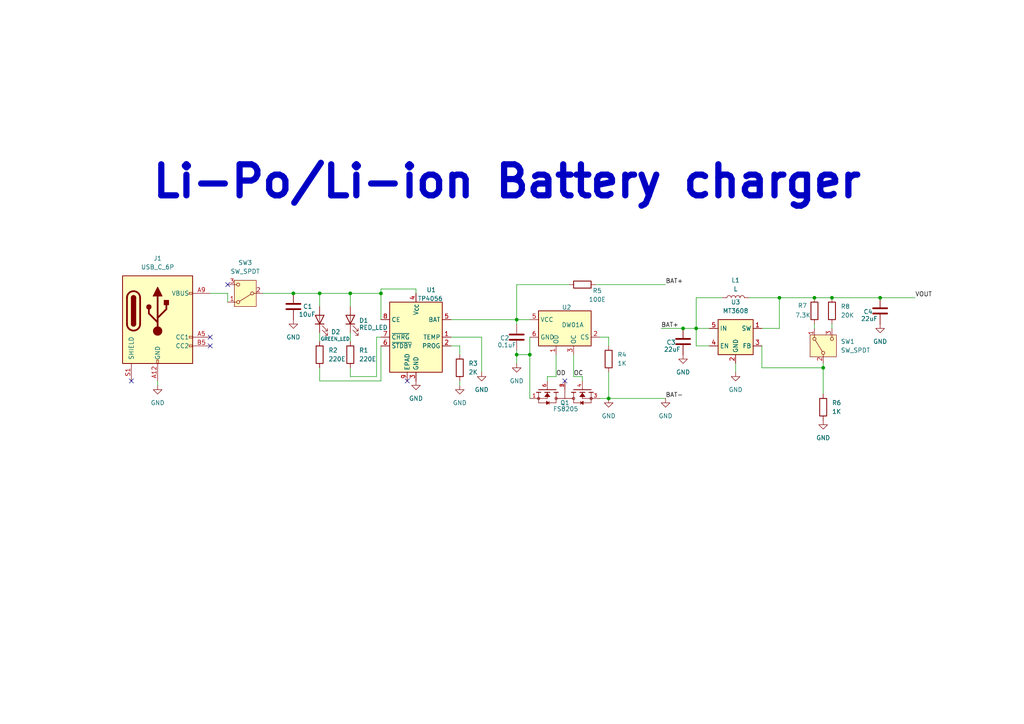
<source format=kicad_sch>
(kicad_sch
	(version 20250114)
	(generator "eeschema")
	(generator_version "9.0")
	(uuid "a605f90e-c764-47e0-9565-5d22a5b149ce")
	(paper "A4")
	(lib_symbols
		(symbol "Battery_Management:DW01A"
			(exclude_from_sim no)
			(in_bom yes)
			(on_board yes)
			(property "Reference" "U"
				(at -6.604 6.35 0)
				(effects
					(font
						(size 1.27 1.27)
					)
				)
			)
			(property "Value" "DW01A"
				(at 4.318 6.604 0)
				(effects
					(font
						(size 1.27 1.27)
					)
				)
			)
			(property "Footprint" "Package_TO_SOT_SMD:SOT-23-6"
				(at 0 0 0)
				(effects
					(font
						(size 1.27 1.27)
					)
					(hide yes)
				)
			)
			(property "Datasheet" "https://hmsemi.com/downfile/DW01A.PDF"
				(at 0 0 0)
				(effects
					(font
						(size 1.27 1.27)
					)
					(hide yes)
				)
			)
			(property "Description" "Overcharge, overcurrent and overdischarge protection IC for single cell lithium-ion/polymer battery"
				(at 0.254 1.524 0)
				(effects
					(font
						(size 1.27 1.27)
					)
					(hide yes)
				)
			)
			(property "ki_keywords" "battery protection li-ion lipo overcurrent overdischarge overcharge"
				(at 0 0 0)
				(effects
					(font
						(size 1.27 1.27)
					)
					(hide yes)
				)
			)
			(property "ki_fp_filters" "SOT?23*"
				(at 0 0 0)
				(effects
					(font
						(size 1.27 1.27)
					)
					(hide yes)
				)
			)
			(symbol "DW01A_0_1"
				(pin power_in line
					(at -10.16 2.54 0)
					(length 2.54)
					(name "VCC"
						(effects
							(font
								(size 1.27 1.27)
							)
						)
					)
					(number "5"
						(effects
							(font
								(size 1.27 1.27)
							)
						)
					)
				)
				(pin power_in line
					(at -10.16 -2.54 0)
					(length 2.54)
					(name "GND"
						(effects
							(font
								(size 1.27 1.27)
							)
						)
					)
					(number "6"
						(effects
							(font
								(size 1.27 1.27)
							)
						)
					)
				)
				(pin output line
					(at -2.54 -7.62 90)
					(length 2.54)
					(name "OD"
						(effects
							(font
								(size 1.27 1.27)
							)
						)
					)
					(number "1"
						(effects
							(font
								(size 1.27 1.27)
							)
						)
					)
				)
				(pin output line
					(at 2.54 -7.62 90)
					(length 2.54)
					(name "OC"
						(effects
							(font
								(size 1.27 1.27)
							)
						)
					)
					(number "3"
						(effects
							(font
								(size 1.27 1.27)
							)
						)
					)
				)
				(pin input line
					(at 10.16 -2.54 180)
					(length 2.54)
					(name "CS"
						(effects
							(font
								(size 1.27 1.27)
							)
						)
					)
					(number "2"
						(effects
							(font
								(size 1.27 1.27)
							)
						)
					)
				)
			)
			(symbol "DW01A_1_1"
				(rectangle
					(start -7.62 5.08)
					(end 7.62 -5.08)
					(stroke
						(width 0.254)
						(type default)
					)
					(fill
						(type background)
					)
				)
				(pin no_connect line
					(at 10.16 2.54 180)
					(length 2.54)
					(hide yes)
					(name "TD"
						(effects
							(font
								(size 1.27 1.27)
							)
						)
					)
					(number "4"
						(effects
							(font
								(size 1.27 1.27)
							)
						)
					)
				)
			)
			(embedded_fonts no)
		)
		(symbol "Battery_Management:TP4056-42-ESOP8"
			(exclude_from_sim no)
			(in_bom yes)
			(on_board yes)
			(property "Reference" "U"
				(at -6.604 11.684 0)
				(effects
					(font
						(size 1.27 1.27)
					)
				)
			)
			(property "Value" "TP4056-42-ESOP8"
				(at 10.16 11.684 0)
				(effects
					(font
						(size 1.27 1.27)
					)
				)
			)
			(property "Footprint" "Package_SO:SOIC-8-1EP_3.9x4.9mm_P1.27mm_EP2.41x3.3mm_ThermalVias"
				(at 0.508 -22.86 0)
				(effects
					(font
						(size 1.27 1.27)
					)
					(hide yes)
				)
			)
			(property "Datasheet" "https://www.lcsc.com/datasheet/lcsc_datasheet_2410121619_TOPPOWER-Nanjing-Extension-Microelectronics-TP4056-42-ESOP8_C16581.pdf"
				(at 0 -25.4 0)
				(effects
					(font
						(size 1.27 1.27)
					)
					(hide yes)
				)
			)
			(property "Description" "1A Standalone Linear Li-ion/LiPo single-cell battery charger, 4.2V ±1% charge voltage, VCC = 4.0..8.0V, SOIC-8 (SOP-8)"
				(at 0.508 -20.32 0)
				(effects
					(font
						(size 1.27 1.27)
					)
					(hide yes)
				)
			)
			(property "ki_keywords" "lithium-ion lithium-polymer Li-Poly"
				(at 0 0 0)
				(effects
					(font
						(size 1.27 1.27)
					)
					(hide yes)
				)
			)
			(property "ki_fp_filters" "*SO*3.9x4.*P1.27mm*EP2.4*x3.3*mm*"
				(at 0 0 0)
				(effects
					(font
						(size 1.27 1.27)
					)
					(hide yes)
				)
			)
			(symbol "TP4056-42-ESOP8_1_0"
				(pin input line
					(at -10.16 5.08 0)
					(length 2.54)
					(name "CE"
						(effects
							(font
								(size 1.27 1.27)
							)
						)
					)
					(number "8"
						(effects
							(font
								(size 1.27 1.27)
							)
						)
					)
				)
				(pin open_collector line
					(at -10.16 0 0)
					(length 2.54)
					(name "~{CHRG}"
						(effects
							(font
								(size 1.27 1.27)
							)
						)
					)
					(number "7"
						(effects
							(font
								(size 1.27 1.27)
							)
						)
					)
				)
				(pin open_collector line
					(at -10.16 -2.54 0)
					(length 2.54)
					(name "~{STDBY}"
						(effects
							(font
								(size 1.27 1.27)
							)
						)
					)
					(number "6"
						(effects
							(font
								(size 1.27 1.27)
							)
						)
					)
				)
				(pin passive line
					(at -2.54 -12.7 90)
					(length 2.54)
					(name "EPAD"
						(effects
							(font
								(size 1.27 1.27)
							)
						)
					)
					(number "9"
						(effects
							(font
								(size 1.27 1.27)
							)
						)
					)
				)
				(pin power_in line
					(at 0 12.7 270)
					(length 2.54)
					(name "V_{CC}"
						(effects
							(font
								(size 1.27 1.27)
							)
						)
					)
					(number "4"
						(effects
							(font
								(size 1.27 1.27)
							)
						)
					)
				)
				(pin power_in line
					(at 0 -12.7 90)
					(length 2.54)
					(name "GND"
						(effects
							(font
								(size 1.27 1.27)
							)
						)
					)
					(number "3"
						(effects
							(font
								(size 1.27 1.27)
							)
						)
					)
				)
				(pin power_out line
					(at 10.16 5.08 180)
					(length 2.54)
					(name "BAT"
						(effects
							(font
								(size 1.27 1.27)
							)
						)
					)
					(number "5"
						(effects
							(font
								(size 1.27 1.27)
							)
						)
					)
				)
				(pin input line
					(at 10.16 0 180)
					(length 2.54)
					(name "TEMP"
						(effects
							(font
								(size 1.27 1.27)
							)
						)
					)
					(number "1"
						(effects
							(font
								(size 1.27 1.27)
							)
						)
					)
				)
				(pin passive line
					(at 10.16 -2.54 180)
					(length 2.54)
					(name "PROG"
						(effects
							(font
								(size 1.27 1.27)
							)
						)
					)
					(number "2"
						(effects
							(font
								(size 1.27 1.27)
							)
						)
					)
				)
			)
			(symbol "TP4056-42-ESOP8_1_1"
				(rectangle
					(start -7.62 10.16)
					(end 7.62 -10.16)
					(stroke
						(width 0.254)
						(type default)
					)
					(fill
						(type background)
					)
				)
			)
			(embedded_fonts no)
		)
		(symbol "Connector:USB_C_Receptacle_PowerOnly_6P"
			(pin_names
				(offset 1.016)
			)
			(exclude_from_sim no)
			(in_bom yes)
			(on_board yes)
			(property "Reference" "J"
				(at 0 16.51 0)
				(effects
					(font
						(size 1.27 1.27)
					)
					(justify bottom)
				)
			)
			(property "Value" "USB_C_Receptacle_PowerOnly_6P"
				(at 0 13.97 0)
				(effects
					(font
						(size 1.27 1.27)
					)
					(justify bottom)
				)
			)
			(property "Footprint" ""
				(at 3.81 2.54 0)
				(effects
					(font
						(size 1.27 1.27)
					)
					(hide yes)
				)
			)
			(property "Datasheet" "https://www.usb.org/sites/default/files/documents/usb_type-c.zip"
				(at 0 0 0)
				(effects
					(font
						(size 1.27 1.27)
					)
					(hide yes)
				)
			)
			(property "Description" "USB Power-Only 6P Type-C Receptacle connector"
				(at 0 0 0)
				(effects
					(font
						(size 1.27 1.27)
					)
					(hide yes)
				)
			)
			(property "ki_keywords" "usb universal serial bus type-C power-only charging-only 6P 6C"
				(at 0 0 0)
				(effects
					(font
						(size 1.27 1.27)
					)
					(hide yes)
				)
			)
			(property "ki_fp_filters" "USB*C*Receptacle*"
				(at 0 0 0)
				(effects
					(font
						(size 1.27 1.27)
					)
					(hide yes)
				)
			)
			(symbol "USB_C_Receptacle_PowerOnly_6P_0_0"
				(rectangle
					(start -0.254 -12.7)
					(end 0.254 -11.684)
					(stroke
						(width 0)
						(type default)
					)
					(fill
						(type none)
					)
				)
				(rectangle
					(start 10.16 7.874)
					(end 9.144 7.366)
					(stroke
						(width 0)
						(type default)
					)
					(fill
						(type none)
					)
				)
				(rectangle
					(start 10.16 -4.826)
					(end 9.144 -5.334)
					(stroke
						(width 0)
						(type default)
					)
					(fill
						(type none)
					)
				)
				(rectangle
					(start 10.16 -7.366)
					(end 9.144 -7.874)
					(stroke
						(width 0)
						(type default)
					)
					(fill
						(type none)
					)
				)
			)
			(symbol "USB_C_Receptacle_PowerOnly_6P_0_1"
				(rectangle
					(start -10.16 12.7)
					(end 10.16 -12.7)
					(stroke
						(width 0.254)
						(type default)
					)
					(fill
						(type background)
					)
				)
				(polyline
					(pts
						(xy -8.89 -1.27) (xy -8.89 6.35)
					)
					(stroke
						(width 0.508)
						(type default)
					)
					(fill
						(type none)
					)
				)
				(rectangle
					(start -7.62 -1.27)
					(end -6.35 6.35)
					(stroke
						(width 0.254)
						(type default)
					)
					(fill
						(type outline)
					)
				)
				(arc
					(start -7.62 6.35)
					(mid -6.985 6.9823)
					(end -6.35 6.35)
					(stroke
						(width 0.254)
						(type default)
					)
					(fill
						(type none)
					)
				)
				(arc
					(start -7.62 6.35)
					(mid -6.985 6.9823)
					(end -6.35 6.35)
					(stroke
						(width 0.254)
						(type default)
					)
					(fill
						(type outline)
					)
				)
				(arc
					(start -8.89 6.35)
					(mid -6.985 8.2467)
					(end -5.08 6.35)
					(stroke
						(width 0.508)
						(type default)
					)
					(fill
						(type none)
					)
				)
				(arc
					(start -5.08 -1.27)
					(mid -6.985 -3.1667)
					(end -8.89 -1.27)
					(stroke
						(width 0.508)
						(type default)
					)
					(fill
						(type none)
					)
				)
				(arc
					(start -6.35 -1.27)
					(mid -6.985 -1.9023)
					(end -7.62 -1.27)
					(stroke
						(width 0.254)
						(type default)
					)
					(fill
						(type none)
					)
				)
				(arc
					(start -6.35 -1.27)
					(mid -6.985 -1.9023)
					(end -7.62 -1.27)
					(stroke
						(width 0.254)
						(type default)
					)
					(fill
						(type outline)
					)
				)
				(polyline
					(pts
						(xy -5.08 6.35) (xy -5.08 -1.27)
					)
					(stroke
						(width 0.508)
						(type default)
					)
					(fill
						(type none)
					)
				)
				(circle
					(center -2.54 3.683)
					(radius 0.635)
					(stroke
						(width 0.254)
						(type default)
					)
					(fill
						(type outline)
					)
				)
				(polyline
					(pts
						(xy -1.27 6.858) (xy 0 9.398) (xy 1.27 6.858) (xy -1.27 6.858)
					)
					(stroke
						(width 0.254)
						(type default)
					)
					(fill
						(type outline)
					)
				)
				(polyline
					(pts
						(xy 0 0.508) (xy 2.54 3.048) (xy 2.54 4.318)
					)
					(stroke
						(width 0.508)
						(type default)
					)
					(fill
						(type none)
					)
				)
				(polyline
					(pts
						(xy 0 -0.762) (xy -2.54 1.778) (xy -2.54 3.048)
					)
					(stroke
						(width 0.508)
						(type default)
					)
					(fill
						(type none)
					)
				)
				(polyline
					(pts
						(xy 0 -3.302) (xy 0 6.858)
					)
					(stroke
						(width 0.508)
						(type default)
					)
					(fill
						(type none)
					)
				)
				(circle
					(center 0 -3.302)
					(radius 1.27)
					(stroke
						(width 0)
						(type default)
					)
					(fill
						(type outline)
					)
				)
				(rectangle
					(start 1.905 4.318)
					(end 3.175 5.588)
					(stroke
						(width 0.254)
						(type default)
					)
					(fill
						(type outline)
					)
				)
			)
			(symbol "USB_C_Receptacle_PowerOnly_6P_1_1"
				(pin passive line
					(at -7.62 -17.78 90)
					(length 5.08)
					(name "SHIELD"
						(effects
							(font
								(size 1.27 1.27)
							)
						)
					)
					(number "S1"
						(effects
							(font
								(size 1.27 1.27)
							)
						)
					)
				)
				(pin passive line
					(at 0 -17.78 90)
					(length 5.08)
					(name "GND"
						(effects
							(font
								(size 1.27 1.27)
							)
						)
					)
					(number "A12"
						(effects
							(font
								(size 1.27 1.27)
							)
						)
					)
				)
				(pin passive line
					(at 0 -17.78 90)
					(length 5.08)
					(hide yes)
					(name "GND"
						(effects
							(font
								(size 1.27 1.27)
							)
						)
					)
					(number "B12"
						(effects
							(font
								(size 1.27 1.27)
							)
						)
					)
				)
				(pin passive line
					(at 15.24 7.62 180)
					(length 5.08)
					(name "VBUS"
						(effects
							(font
								(size 1.27 1.27)
							)
						)
					)
					(number "A9"
						(effects
							(font
								(size 1.27 1.27)
							)
						)
					)
				)
				(pin passive line
					(at 15.24 7.62 180)
					(length 5.08)
					(hide yes)
					(name "VBUS"
						(effects
							(font
								(size 1.27 1.27)
							)
						)
					)
					(number "B9"
						(effects
							(font
								(size 1.27 1.27)
							)
						)
					)
				)
				(pin bidirectional line
					(at 15.24 -5.08 180)
					(length 5.08)
					(name "CC1"
						(effects
							(font
								(size 1.27 1.27)
							)
						)
					)
					(number "A5"
						(effects
							(font
								(size 1.27 1.27)
							)
						)
					)
				)
				(pin bidirectional line
					(at 15.24 -7.62 180)
					(length 5.08)
					(name "CC2"
						(effects
							(font
								(size 1.27 1.27)
							)
						)
					)
					(number "B5"
						(effects
							(font
								(size 1.27 1.27)
							)
						)
					)
				)
			)
			(embedded_fonts no)
		)
		(symbol "Device:C"
			(pin_numbers
				(hide yes)
			)
			(pin_names
				(offset 0.254)
			)
			(exclude_from_sim no)
			(in_bom yes)
			(on_board yes)
			(property "Reference" "C"
				(at 0.635 2.54 0)
				(effects
					(font
						(size 1.27 1.27)
					)
					(justify left)
				)
			)
			(property "Value" "C"
				(at 0.635 -2.54 0)
				(effects
					(font
						(size 1.27 1.27)
					)
					(justify left)
				)
			)
			(property "Footprint" ""
				(at 0.9652 -3.81 0)
				(effects
					(font
						(size 1.27 1.27)
					)
					(hide yes)
				)
			)
			(property "Datasheet" "~"
				(at 0 0 0)
				(effects
					(font
						(size 1.27 1.27)
					)
					(hide yes)
				)
			)
			(property "Description" "Unpolarized capacitor"
				(at 0 0 0)
				(effects
					(font
						(size 1.27 1.27)
					)
					(hide yes)
				)
			)
			(property "ki_keywords" "cap capacitor"
				(at 0 0 0)
				(effects
					(font
						(size 1.27 1.27)
					)
					(hide yes)
				)
			)
			(property "ki_fp_filters" "C_*"
				(at 0 0 0)
				(effects
					(font
						(size 1.27 1.27)
					)
					(hide yes)
				)
			)
			(symbol "C_0_1"
				(polyline
					(pts
						(xy -2.032 0.762) (xy 2.032 0.762)
					)
					(stroke
						(width 0.508)
						(type default)
					)
					(fill
						(type none)
					)
				)
				(polyline
					(pts
						(xy -2.032 -0.762) (xy 2.032 -0.762)
					)
					(stroke
						(width 0.508)
						(type default)
					)
					(fill
						(type none)
					)
				)
			)
			(symbol "C_1_1"
				(pin passive line
					(at 0 3.81 270)
					(length 2.794)
					(name "~"
						(effects
							(font
								(size 1.27 1.27)
							)
						)
					)
					(number "1"
						(effects
							(font
								(size 1.27 1.27)
							)
						)
					)
				)
				(pin passive line
					(at 0 -3.81 90)
					(length 2.794)
					(name "~"
						(effects
							(font
								(size 1.27 1.27)
							)
						)
					)
					(number "2"
						(effects
							(font
								(size 1.27 1.27)
							)
						)
					)
				)
			)
			(embedded_fonts no)
		)
		(symbol "Device:L"
			(pin_numbers
				(hide yes)
			)
			(pin_names
				(offset 1.016)
				(hide yes)
			)
			(exclude_from_sim no)
			(in_bom yes)
			(on_board yes)
			(property "Reference" "L"
				(at -1.27 0 90)
				(effects
					(font
						(size 1.27 1.27)
					)
				)
			)
			(property "Value" "L"
				(at 1.905 0 90)
				(effects
					(font
						(size 1.27 1.27)
					)
				)
			)
			(property "Footprint" ""
				(at 0 0 0)
				(effects
					(font
						(size 1.27 1.27)
					)
					(hide yes)
				)
			)
			(property "Datasheet" "~"
				(at 0 0 0)
				(effects
					(font
						(size 1.27 1.27)
					)
					(hide yes)
				)
			)
			(property "Description" "Inductor"
				(at 0 0 0)
				(effects
					(font
						(size 1.27 1.27)
					)
					(hide yes)
				)
			)
			(property "ki_keywords" "inductor choke coil reactor magnetic"
				(at 0 0 0)
				(effects
					(font
						(size 1.27 1.27)
					)
					(hide yes)
				)
			)
			(property "ki_fp_filters" "Choke_* *Coil* Inductor_* L_*"
				(at 0 0 0)
				(effects
					(font
						(size 1.27 1.27)
					)
					(hide yes)
				)
			)
			(symbol "L_0_1"
				(arc
					(start 0 2.54)
					(mid 0.6323 1.905)
					(end 0 1.27)
					(stroke
						(width 0)
						(type default)
					)
					(fill
						(type none)
					)
				)
				(arc
					(start 0 1.27)
					(mid 0.6323 0.635)
					(end 0 0)
					(stroke
						(width 0)
						(type default)
					)
					(fill
						(type none)
					)
				)
				(arc
					(start 0 0)
					(mid 0.6323 -0.635)
					(end 0 -1.27)
					(stroke
						(width 0)
						(type default)
					)
					(fill
						(type none)
					)
				)
				(arc
					(start 0 -1.27)
					(mid 0.6323 -1.905)
					(end 0 -2.54)
					(stroke
						(width 0)
						(type default)
					)
					(fill
						(type none)
					)
				)
			)
			(symbol "L_1_1"
				(pin passive line
					(at 0 3.81 270)
					(length 1.27)
					(name "1"
						(effects
							(font
								(size 1.27 1.27)
							)
						)
					)
					(number "1"
						(effects
							(font
								(size 1.27 1.27)
							)
						)
					)
				)
				(pin passive line
					(at 0 -3.81 90)
					(length 1.27)
					(name "2"
						(effects
							(font
								(size 1.27 1.27)
							)
						)
					)
					(number "2"
						(effects
							(font
								(size 1.27 1.27)
							)
						)
					)
				)
			)
			(embedded_fonts no)
		)
		(symbol "Device:LED"
			(pin_numbers
				(hide yes)
			)
			(pin_names
				(offset 1.016)
				(hide yes)
			)
			(exclude_from_sim no)
			(in_bom yes)
			(on_board yes)
			(property "Reference" "D"
				(at 0 2.54 0)
				(effects
					(font
						(size 1.27 1.27)
					)
				)
			)
			(property "Value" "LED"
				(at 0 -2.54 0)
				(effects
					(font
						(size 1.27 1.27)
					)
				)
			)
			(property "Footprint" ""
				(at 0 0 0)
				(effects
					(font
						(size 1.27 1.27)
					)
					(hide yes)
				)
			)
			(property "Datasheet" "~"
				(at 0 0 0)
				(effects
					(font
						(size 1.27 1.27)
					)
					(hide yes)
				)
			)
			(property "Description" "Light emitting diode"
				(at 0 0 0)
				(effects
					(font
						(size 1.27 1.27)
					)
					(hide yes)
				)
			)
			(property "Sim.Pins" "1=K 2=A"
				(at 0 0 0)
				(effects
					(font
						(size 1.27 1.27)
					)
					(hide yes)
				)
			)
			(property "ki_keywords" "LED diode"
				(at 0 0 0)
				(effects
					(font
						(size 1.27 1.27)
					)
					(hide yes)
				)
			)
			(property "ki_fp_filters" "LED* LED_SMD:* LED_THT:*"
				(at 0 0 0)
				(effects
					(font
						(size 1.27 1.27)
					)
					(hide yes)
				)
			)
			(symbol "LED_0_1"
				(polyline
					(pts
						(xy -3.048 -0.762) (xy -4.572 -2.286) (xy -3.81 -2.286) (xy -4.572 -2.286) (xy -4.572 -1.524)
					)
					(stroke
						(width 0)
						(type default)
					)
					(fill
						(type none)
					)
				)
				(polyline
					(pts
						(xy -1.778 -0.762) (xy -3.302 -2.286) (xy -2.54 -2.286) (xy -3.302 -2.286) (xy -3.302 -1.524)
					)
					(stroke
						(width 0)
						(type default)
					)
					(fill
						(type none)
					)
				)
				(polyline
					(pts
						(xy -1.27 0) (xy 1.27 0)
					)
					(stroke
						(width 0)
						(type default)
					)
					(fill
						(type none)
					)
				)
				(polyline
					(pts
						(xy -1.27 -1.27) (xy -1.27 1.27)
					)
					(stroke
						(width 0.254)
						(type default)
					)
					(fill
						(type none)
					)
				)
				(polyline
					(pts
						(xy 1.27 -1.27) (xy 1.27 1.27) (xy -1.27 0) (xy 1.27 -1.27)
					)
					(stroke
						(width 0.254)
						(type default)
					)
					(fill
						(type none)
					)
				)
			)
			(symbol "LED_1_1"
				(pin passive line
					(at -3.81 0 0)
					(length 2.54)
					(name "K"
						(effects
							(font
								(size 1.27 1.27)
							)
						)
					)
					(number "1"
						(effects
							(font
								(size 1.27 1.27)
							)
						)
					)
				)
				(pin passive line
					(at 3.81 0 180)
					(length 2.54)
					(name "A"
						(effects
							(font
								(size 1.27 1.27)
							)
						)
					)
					(number "2"
						(effects
							(font
								(size 1.27 1.27)
							)
						)
					)
				)
			)
			(embedded_fonts no)
		)
		(symbol "Device:R"
			(pin_numbers
				(hide yes)
			)
			(pin_names
				(offset 0)
			)
			(exclude_from_sim no)
			(in_bom yes)
			(on_board yes)
			(property "Reference" "R"
				(at 2.032 0 90)
				(effects
					(font
						(size 1.27 1.27)
					)
				)
			)
			(property "Value" "R"
				(at 0 0 90)
				(effects
					(font
						(size 1.27 1.27)
					)
				)
			)
			(property "Footprint" ""
				(at -1.778 0 90)
				(effects
					(font
						(size 1.27 1.27)
					)
					(hide yes)
				)
			)
			(property "Datasheet" "~"
				(at 0 0 0)
				(effects
					(font
						(size 1.27 1.27)
					)
					(hide yes)
				)
			)
			(property "Description" "Resistor"
				(at 0 0 0)
				(effects
					(font
						(size 1.27 1.27)
					)
					(hide yes)
				)
			)
			(property "ki_keywords" "R res resistor"
				(at 0 0 0)
				(effects
					(font
						(size 1.27 1.27)
					)
					(hide yes)
				)
			)
			(property "ki_fp_filters" "R_*"
				(at 0 0 0)
				(effects
					(font
						(size 1.27 1.27)
					)
					(hide yes)
				)
			)
			(symbol "R_0_1"
				(rectangle
					(start -1.016 -2.54)
					(end 1.016 2.54)
					(stroke
						(width 0.254)
						(type default)
					)
					(fill
						(type none)
					)
				)
			)
			(symbol "R_1_1"
				(pin passive line
					(at 0 3.81 270)
					(length 1.27)
					(name "~"
						(effects
							(font
								(size 1.27 1.27)
							)
						)
					)
					(number "1"
						(effects
							(font
								(size 1.27 1.27)
							)
						)
					)
				)
				(pin passive line
					(at 0 -3.81 90)
					(length 1.27)
					(name "~"
						(effects
							(font
								(size 1.27 1.27)
							)
						)
					)
					(number "2"
						(effects
							(font
								(size 1.27 1.27)
							)
						)
					)
				)
			)
			(embedded_fonts no)
		)
		(symbol "FS8205A:FS8205"
			(pin_names
				(offset 1.016)
			)
			(exclude_from_sim no)
			(in_bom yes)
			(on_board yes)
			(property "Reference" "Q"
				(at 2.54 2.286 0)
				(effects
					(font
						(size 1.27 1.27)
					)
					(justify left top)
				)
			)
			(property "Value" "FS8205"
				(at 2.54 -2.032 0)
				(effects
					(font
						(size 1.27 1.27)
					)
					(justify left bottom)
				)
			)
			(property "Footprint" "FS8205:SOT95P280X145-6N"
				(at 0 0 0)
				(effects
					(font
						(size 1.27 1.27)
					)
					(justify bottom)
					(hide yes)
				)
			)
			(property "Datasheet" ""
				(at 0 0 0)
				(effects
					(font
						(size 1.27 1.27)
					)
					(hide yes)
				)
			)
			(property "Description" ""
				(at 0 0 0)
				(effects
					(font
						(size 1.27 1.27)
					)
					(hide yes)
				)
			)
			(property "MF" "Fortune Semiconductor"
				(at 0 0 0)
				(effects
					(font
						(size 1.27 1.27)
					)
					(justify bottom)
					(hide yes)
				)
			)
			(property "MAXIMUM_PACKAGE_HEIGHT" "1.45mm"
				(at 0 0 0)
				(effects
					(font
						(size 1.27 1.27)
					)
					(justify bottom)
					(hide yes)
				)
			)
			(property "Package" "Package"
				(at 0 0 0)
				(effects
					(font
						(size 1.27 1.27)
					)
					(justify bottom)
					(hide yes)
				)
			)
			(property "Price" "None"
				(at 0 0 0)
				(effects
					(font
						(size 1.27 1.27)
					)
					(justify bottom)
					(hide yes)
				)
			)
			(property "Check_prices" "https://www.snapeda.com/parts/FS8205/Fortune+Semiconductor/view-part/?ref=eda"
				(at 0 0 0)
				(effects
					(font
						(size 1.27 1.27)
					)
					(justify bottom)
					(hide yes)
				)
			)
			(property "STANDARD" "IPC-7351B"
				(at 0 0 0)
				(effects
					(font
						(size 1.27 1.27)
					)
					(justify bottom)
					(hide yes)
				)
			)
			(property "PARTREV" "1.9"
				(at 0 0 0)
				(effects
					(font
						(size 1.27 1.27)
					)
					(justify bottom)
					(hide yes)
				)
			)
			(property "SnapEDA_Link" "https://www.snapeda.com/parts/FS8205/Fortune+Semiconductor/view-part/?ref=snap"
				(at 0 0 0)
				(effects
					(font
						(size 1.27 1.27)
					)
					(justify bottom)
					(hide yes)
				)
			)
			(property "MP" "FS8205"
				(at 0 0 0)
				(effects
					(font
						(size 1.27 1.27)
					)
					(justify bottom)
					(hide yes)
				)
			)
			(property "Description_1" "Dual N-Channel Enhancement Mode Power MOSFET"
				(at 0 0 0)
				(effects
					(font
						(size 1.27 1.27)
					)
					(justify bottom)
					(hide yes)
				)
			)
			(property "Availability" "In Stock"
				(at 0 0 0)
				(effects
					(font
						(size 1.27 1.27)
					)
					(justify bottom)
					(hide yes)
				)
			)
			(property "MANUFACTURER" "Fortune"
				(at 0 0 0)
				(effects
					(font
						(size 1.27 1.27)
					)
					(justify bottom)
					(hide yes)
				)
			)
			(symbol "FS8205_0_0"
				(polyline
					(pts
						(xy -2.54 2.54) (xy -2.54 7.62)
					)
					(stroke
						(width 0.254)
						(type default)
					)
					(fill
						(type none)
					)
				)
				(polyline
					(pts
						(xy -2.54 0) (xy 0 0)
					)
					(stroke
						(width 0.1524)
						(type default)
					)
					(fill
						(type none)
					)
				)
				(polyline
					(pts
						(xy -2.54 -2.54) (xy -2.54 -7.62)
					)
					(stroke
						(width 0.254)
						(type default)
					)
					(fill
						(type none)
					)
				)
				(polyline
					(pts
						(xy -1.778 7.62) (xy -1.778 8.255)
					)
					(stroke
						(width 0.254)
						(type default)
					)
					(fill
						(type none)
					)
				)
				(polyline
					(pts
						(xy -1.778 6.985) (xy -1.778 7.62)
					)
					(stroke
						(width 0.254)
						(type default)
					)
					(fill
						(type none)
					)
				)
				(polyline
					(pts
						(xy -1.778 5.08) (xy -1.778 5.842)
					)
					(stroke
						(width 0.254)
						(type default)
					)
					(fill
						(type none)
					)
				)
				(polyline
					(pts
						(xy -1.778 5.08) (xy 0 5.08)
					)
					(stroke
						(width 0.1524)
						(type default)
					)
					(fill
						(type none)
					)
				)
				(polyline
					(pts
						(xy -1.778 4.318) (xy -1.778 5.08)
					)
					(stroke
						(width 0.254)
						(type default)
					)
					(fill
						(type none)
					)
				)
				(polyline
					(pts
						(xy -1.778 2.54) (xy -1.778 3.175)
					)
					(stroke
						(width 0.254)
						(type default)
					)
					(fill
						(type none)
					)
				)
				(polyline
					(pts
						(xy -1.778 2.54) (xy 0 2.54)
					)
					(stroke
						(width 0.1524)
						(type default)
					)
					(fill
						(type none)
					)
				)
				(polyline
					(pts
						(xy -1.778 1.905) (xy -1.778 2.54)
					)
					(stroke
						(width 0.254)
						(type default)
					)
					(fill
						(type none)
					)
				)
				(polyline
					(pts
						(xy -1.778 -1.905) (xy -1.778 -2.54)
					)
					(stroke
						(width 0.254)
						(type default)
					)
					(fill
						(type none)
					)
				)
				(polyline
					(pts
						(xy -1.778 -2.54) (xy -1.778 -3.175)
					)
					(stroke
						(width 0.254)
						(type default)
					)
					(fill
						(type none)
					)
				)
				(polyline
					(pts
						(xy -1.778 -2.54) (xy 0 -2.54)
					)
					(stroke
						(width 0.1524)
						(type default)
					)
					(fill
						(type none)
					)
				)
				(polyline
					(pts
						(xy -1.778 -4.318) (xy -1.778 -5.08)
					)
					(stroke
						(width 0.254)
						(type default)
					)
					(fill
						(type none)
					)
				)
				(polyline
					(pts
						(xy -1.778 -5.08) (xy -1.778 -5.842)
					)
					(stroke
						(width 0.254)
						(type default)
					)
					(fill
						(type none)
					)
				)
				(polyline
					(pts
						(xy -1.778 -5.08) (xy 0 -5.08)
					)
					(stroke
						(width 0.1524)
						(type default)
					)
					(fill
						(type none)
					)
				)
				(polyline
					(pts
						(xy -1.778 -6.985) (xy -1.778 -7.62)
					)
					(stroke
						(width 0.254)
						(type default)
					)
					(fill
						(type none)
					)
				)
				(polyline
					(pts
						(xy -1.778 -7.62) (xy -1.778 -8.255)
					)
					(stroke
						(width 0.254)
						(type default)
					)
					(fill
						(type none)
					)
				)
				(polyline
					(pts
						(xy -1.524 5.08) (xy -0.508 4.318) (xy -0.508 5.842) (xy -1.524 5.08)
					)
					(stroke
						(width 0.1524)
						(type default)
					)
					(fill
						(type outline)
					)
				)
				(polyline
					(pts
						(xy -1.524 -5.08) (xy -0.508 -4.318) (xy -0.508 -5.842) (xy -1.524 -5.08)
					)
					(stroke
						(width 0.1524)
						(type default)
					)
					(fill
						(type outline)
					)
				)
				(circle
					(center 0 7.62)
					(radius 0.3592)
					(stroke
						(width 0)
						(type default)
					)
					(fill
						(type none)
					)
				)
				(polyline
					(pts
						(xy 0 7.62) (xy -1.778 7.62)
					)
					(stroke
						(width 0.1524)
						(type default)
					)
					(fill
						(type none)
					)
				)
				(polyline
					(pts
						(xy 0 7.62) (xy 1.27 7.62)
					)
					(stroke
						(width 0.1524)
						(type default)
					)
					(fill
						(type none)
					)
				)
				(polyline
					(pts
						(xy 0 5.08) (xy 0 7.62)
					)
					(stroke
						(width 0.1524)
						(type default)
					)
					(fill
						(type none)
					)
				)
				(circle
					(center 0 2.54)
					(radius 0.3592)
					(stroke
						(width 0)
						(type default)
					)
					(fill
						(type none)
					)
				)
				(polyline
					(pts
						(xy 0 2.54) (xy 0 0)
					)
					(stroke
						(width 0.1778)
						(type default)
					)
					(fill
						(type none)
					)
				)
				(polyline
					(pts
						(xy 0 2.54) (xy 1.27 2.54)
					)
					(stroke
						(width 0.1524)
						(type default)
					)
					(fill
						(type none)
					)
				)
				(polyline
					(pts
						(xy 0 0) (xy 0 -2.54)
					)
					(stroke
						(width 0.1778)
						(type default)
					)
					(fill
						(type none)
					)
				)
				(polyline
					(pts
						(xy 0 -2.54) (xy 1.27 -2.54)
					)
					(stroke
						(width 0.1524)
						(type default)
					)
					(fill
						(type none)
					)
				)
				(circle
					(center 0 -2.54)
					(radius 0.3592)
					(stroke
						(width 0)
						(type default)
					)
					(fill
						(type none)
					)
				)
				(polyline
					(pts
						(xy 0 -5.08) (xy 0 -7.62)
					)
					(stroke
						(width 0.1524)
						(type default)
					)
					(fill
						(type none)
					)
				)
				(polyline
					(pts
						(xy 0 -7.62) (xy -1.778 -7.62)
					)
					(stroke
						(width 0.1524)
						(type default)
					)
					(fill
						(type none)
					)
				)
				(polyline
					(pts
						(xy 0 -7.62) (xy 1.27 -7.62)
					)
					(stroke
						(width 0.1524)
						(type default)
					)
					(fill
						(type none)
					)
				)
				(circle
					(center 0 -7.62)
					(radius 0.3592)
					(stroke
						(width 0)
						(type default)
					)
					(fill
						(type none)
					)
				)
				(polyline
					(pts
						(xy 1.27 4.572) (xy 0.762 4.572)
					)
					(stroke
						(width 0.1524)
						(type default)
					)
					(fill
						(type none)
					)
				)
				(polyline
					(pts
						(xy 1.27 4.572) (xy 1.27 7.62)
					)
					(stroke
						(width 0.1524)
						(type default)
					)
					(fill
						(type none)
					)
				)
				(polyline
					(pts
						(xy 1.27 4.572) (xy 0.762 5.334) (xy 1.778 5.334) (xy 1.27 4.572)
					)
					(stroke
						(width 0.1524)
						(type default)
					)
					(fill
						(type outline)
					)
				)
				(polyline
					(pts
						(xy 1.27 2.54) (xy 1.27 4.572)
					)
					(stroke
						(width 0.1524)
						(type default)
					)
					(fill
						(type none)
					)
				)
				(polyline
					(pts
						(xy 1.27 -2.54) (xy 1.27 -4.572)
					)
					(stroke
						(width 0.1524)
						(type default)
					)
					(fill
						(type none)
					)
				)
				(polyline
					(pts
						(xy 1.27 -4.572) (xy 0.762 -4.572)
					)
					(stroke
						(width 0.1524)
						(type default)
					)
					(fill
						(type none)
					)
				)
				(polyline
					(pts
						(xy 1.27 -4.572) (xy 1.27 -7.62)
					)
					(stroke
						(width 0.1524)
						(type default)
					)
					(fill
						(type none)
					)
				)
				(polyline
					(pts
						(xy 1.27 -4.572) (xy 0.762 -5.334) (xy 1.778 -5.334) (xy 1.27 -4.572)
					)
					(stroke
						(width 0.1524)
						(type default)
					)
					(fill
						(type outline)
					)
				)
				(polyline
					(pts
						(xy 1.778 4.572) (xy 1.27 4.572)
					)
					(stroke
						(width 0.1524)
						(type default)
					)
					(fill
						(type none)
					)
				)
				(polyline
					(pts
						(xy 1.778 -4.572) (xy 1.27 -4.572)
					)
					(stroke
						(width 0.1524)
						(type default)
					)
					(fill
						(type none)
					)
				)
				(pin passive line
					(at -5.08 5.08 0)
					(length 2.54)
					(name "~"
						(effects
							(font
								(size 1.016 1.016)
							)
						)
					)
					(number "4"
						(effects
							(font
								(size 1.016 1.016)
							)
						)
					)
				)
				(pin passive line
					(at -5.08 0 0)
					(length 2.54)
					(name "~"
						(effects
							(font
								(size 1.016 1.016)
							)
						)
					)
					(number "2"
						(effects
							(font
								(size 1.016 1.016)
							)
						)
					)
				)
				(pin passive line
					(at -5.08 0 0)
					(length 2.54)
					(name "~"
						(effects
							(font
								(size 1.016 1.016)
							)
						)
					)
					(number "5"
						(effects
							(font
								(size 1.016 1.016)
							)
						)
					)
				)
				(pin passive line
					(at -5.08 -5.08 0)
					(length 2.54)
					(name "~"
						(effects
							(font
								(size 1.016 1.016)
							)
						)
					)
					(number "6"
						(effects
							(font
								(size 1.016 1.016)
							)
						)
					)
				)
				(pin passive line
					(at 0 10.16 270)
					(length 2.54)
					(name "~"
						(effects
							(font
								(size 1.016 1.016)
							)
						)
					)
					(number "3"
						(effects
							(font
								(size 1.016 1.016)
							)
						)
					)
				)
				(pin passive line
					(at 0 -10.16 90)
					(length 2.54)
					(name "~"
						(effects
							(font
								(size 1.016 1.016)
							)
						)
					)
					(number "1"
						(effects
							(font
								(size 1.016 1.016)
							)
						)
					)
				)
			)
			(embedded_fonts no)
		)
		(symbol "Regulator_Switching:MT3608"
			(exclude_from_sim no)
			(in_bom yes)
			(on_board yes)
			(property "Reference" "U"
				(at -2.54 8.89 0)
				(effects
					(font
						(size 1.27 1.27)
					)
					(justify left)
				)
			)
			(property "Value" "MT3608"
				(at -3.81 6.35 0)
				(effects
					(font
						(size 1.27 1.27)
					)
					(justify left)
				)
			)
			(property "Footprint" "Package_TO_SOT_SMD:SOT-23-6"
				(at 1.27 -6.35 0)
				(effects
					(font
						(size 1.27 1.27)
						(italic yes)
					)
					(justify left)
					(hide yes)
				)
			)
			(property "Datasheet" "https://www.olimex.com/Products/Breadboarding/BB-PWR-3608/resources/MT3608.pdf"
				(at -6.35 11.43 0)
				(effects
					(font
						(size 1.27 1.27)
					)
					(hide yes)
				)
			)
			(property "Description" "High Efficiency 1.2MHz 2A Step Up Converter, 2-24V Vin, 28V Vout, 4A current limit, 1.2MHz, SOT23-6"
				(at 0 0 0)
				(effects
					(font
						(size 1.27 1.27)
					)
					(hide yes)
				)
			)
			(property "ki_keywords" "Step-Up Boost DC-DC Regulator Adjustable"
				(at 0 0 0)
				(effects
					(font
						(size 1.27 1.27)
					)
					(hide yes)
				)
			)
			(property "ki_fp_filters" "SOT*23*"
				(at 0 0 0)
				(effects
					(font
						(size 1.27 1.27)
					)
					(hide yes)
				)
			)
			(symbol "MT3608_0_1"
				(rectangle
					(start -5.08 5.08)
					(end 5.08 -5.08)
					(stroke
						(width 0.254)
						(type default)
					)
					(fill
						(type background)
					)
				)
			)
			(symbol "MT3608_1_1"
				(pin power_in line
					(at -7.62 2.54 0)
					(length 2.54)
					(name "IN"
						(effects
							(font
								(size 1.27 1.27)
							)
						)
					)
					(number "5"
						(effects
							(font
								(size 1.27 1.27)
							)
						)
					)
				)
				(pin input line
					(at -7.62 -2.54 0)
					(length 2.54)
					(name "EN"
						(effects
							(font
								(size 1.27 1.27)
							)
						)
					)
					(number "4"
						(effects
							(font
								(size 1.27 1.27)
							)
						)
					)
				)
				(pin power_in line
					(at 0 -7.62 90)
					(length 2.54)
					(name "GND"
						(effects
							(font
								(size 1.27 1.27)
							)
						)
					)
					(number "2"
						(effects
							(font
								(size 1.27 1.27)
							)
						)
					)
				)
				(pin no_connect line
					(at 5.08 0 180)
					(length 2.54)
					(hide yes)
					(name "NC"
						(effects
							(font
								(size 1.27 1.27)
							)
						)
					)
					(number "6"
						(effects
							(font
								(size 1.27 1.27)
							)
						)
					)
				)
				(pin passive line
					(at 7.62 2.54 180)
					(length 2.54)
					(name "SW"
						(effects
							(font
								(size 1.27 1.27)
							)
						)
					)
					(number "1"
						(effects
							(font
								(size 1.27 1.27)
							)
						)
					)
				)
				(pin input line
					(at 7.62 -2.54 180)
					(length 2.54)
					(name "FB"
						(effects
							(font
								(size 1.27 1.27)
							)
						)
					)
					(number "3"
						(effects
							(font
								(size 1.27 1.27)
							)
						)
					)
				)
			)
			(embedded_fonts no)
		)
		(symbol "Switch:SW_SPDT"
			(pin_names
				(offset 0)
				(hide yes)
			)
			(exclude_from_sim no)
			(in_bom yes)
			(on_board yes)
			(property "Reference" "SW"
				(at 0 5.08 0)
				(effects
					(font
						(size 1.27 1.27)
					)
				)
			)
			(property "Value" "SW_SPDT"
				(at 0 -5.08 0)
				(effects
					(font
						(size 1.27 1.27)
					)
				)
			)
			(property "Footprint" ""
				(at 0 0 0)
				(effects
					(font
						(size 1.27 1.27)
					)
					(hide yes)
				)
			)
			(property "Datasheet" "~"
				(at 0 -7.62 0)
				(effects
					(font
						(size 1.27 1.27)
					)
					(hide yes)
				)
			)
			(property "Description" "Switch, single pole double throw"
				(at 0 0 0)
				(effects
					(font
						(size 1.27 1.27)
					)
					(hide yes)
				)
			)
			(property "ki_keywords" "switch single-pole double-throw spdt ON-ON"
				(at 0 0 0)
				(effects
					(font
						(size 1.27 1.27)
					)
					(hide yes)
				)
			)
			(symbol "SW_SPDT_0_1"
				(circle
					(center -2.032 0)
					(radius 0.4572)
					(stroke
						(width 0)
						(type default)
					)
					(fill
						(type none)
					)
				)
				(polyline
					(pts
						(xy -1.651 0.254) (xy 1.651 2.286)
					)
					(stroke
						(width 0)
						(type default)
					)
					(fill
						(type none)
					)
				)
				(circle
					(center 2.032 2.54)
					(radius 0.4572)
					(stroke
						(width 0)
						(type default)
					)
					(fill
						(type none)
					)
				)
				(circle
					(center 2.032 -2.54)
					(radius 0.4572)
					(stroke
						(width 0)
						(type default)
					)
					(fill
						(type none)
					)
				)
			)
			(symbol "SW_SPDT_1_1"
				(rectangle
					(start -3.175 3.81)
					(end 3.175 -3.81)
					(stroke
						(width 0)
						(type default)
					)
					(fill
						(type background)
					)
				)
				(pin passive line
					(at -5.08 0 0)
					(length 2.54)
					(name "B"
						(effects
							(font
								(size 1.27 1.27)
							)
						)
					)
					(number "2"
						(effects
							(font
								(size 1.27 1.27)
							)
						)
					)
				)
				(pin passive line
					(at 5.08 2.54 180)
					(length 2.54)
					(name "A"
						(effects
							(font
								(size 1.27 1.27)
							)
						)
					)
					(number "1"
						(effects
							(font
								(size 1.27 1.27)
							)
						)
					)
				)
				(pin passive line
					(at 5.08 -2.54 180)
					(length 2.54)
					(name "C"
						(effects
							(font
								(size 1.27 1.27)
							)
						)
					)
					(number "3"
						(effects
							(font
								(size 1.27 1.27)
							)
						)
					)
				)
			)
			(embedded_fonts no)
		)
		(symbol "power:GND"
			(power)
			(pin_numbers
				(hide yes)
			)
			(pin_names
				(offset 0)
				(hide yes)
			)
			(exclude_from_sim no)
			(in_bom yes)
			(on_board yes)
			(property "Reference" "#PWR"
				(at 0 -6.35 0)
				(effects
					(font
						(size 1.27 1.27)
					)
					(hide yes)
				)
			)
			(property "Value" "GND"
				(at 0 -3.81 0)
				(effects
					(font
						(size 1.27 1.27)
					)
				)
			)
			(property "Footprint" ""
				(at 0 0 0)
				(effects
					(font
						(size 1.27 1.27)
					)
					(hide yes)
				)
			)
			(property "Datasheet" ""
				(at 0 0 0)
				(effects
					(font
						(size 1.27 1.27)
					)
					(hide yes)
				)
			)
			(property "Description" "Power symbol creates a global label with name \"GND\" , ground"
				(at 0 0 0)
				(effects
					(font
						(size 1.27 1.27)
					)
					(hide yes)
				)
			)
			(property "ki_keywords" "global power"
				(at 0 0 0)
				(effects
					(font
						(size 1.27 1.27)
					)
					(hide yes)
				)
			)
			(symbol "GND_0_1"
				(polyline
					(pts
						(xy 0 0) (xy 0 -1.27) (xy 1.27 -1.27) (xy 0 -2.54) (xy -1.27 -1.27) (xy 0 -1.27)
					)
					(stroke
						(width 0)
						(type default)
					)
					(fill
						(type none)
					)
				)
			)
			(symbol "GND_1_1"
				(pin power_in line
					(at 0 0 270)
					(length 0)
					(name "~"
						(effects
							(font
								(size 1.27 1.27)
							)
						)
					)
					(number "1"
						(effects
							(font
								(size 1.27 1.27)
							)
						)
					)
				)
			)
			(embedded_fonts no)
		)
	)
	(text "Li-Po/Li-ion Battery charger"
		(exclude_from_sim no)
		(at 147.066 52.832 0)
		(effects
			(font
				(size 9 9)
				(thickness 1.8)
				(bold yes)
			)
		)
		(uuid "74b835ee-e485-4acd-b4ba-a21d8ce300a5")
	)
	(junction
		(at 92.71 85.09)
		(diameter 0)
		(color 0 0 0 0)
		(uuid "07e67c26-2504-4f93-8969-49174c2f6774")
	)
	(junction
		(at 198.12 95.25)
		(diameter 0)
		(color 0 0 0 0)
		(uuid "21a4b640-6fcd-4b70-a090-1c9a87692d8c")
	)
	(junction
		(at 226.06 86.36)
		(diameter 0)
		(color 0 0 0 0)
		(uuid "31bb3db1-9836-4620-a546-70f09ed1295b")
	)
	(junction
		(at 238.76 106.68)
		(diameter 0)
		(color 0 0 0 0)
		(uuid "3ccdb537-5f00-4361-aea8-30782208dc56")
	)
	(junction
		(at 149.86 92.71)
		(diameter 0)
		(color 0 0 0 0)
		(uuid "3f16d53e-b0e3-47bb-9b15-9dbb657cc042")
	)
	(junction
		(at 110.49 85.09)
		(diameter 0)
		(color 0 0 0 0)
		(uuid "40f16602-1ea3-47e5-89e3-53ccf8b04441")
	)
	(junction
		(at 176.53 115.57)
		(diameter 0)
		(color 0 0 0 0)
		(uuid "4dbcdf19-12b4-449c-b2a7-01e3483d0b39")
	)
	(junction
		(at 241.3 86.36)
		(diameter 0)
		(color 0 0 0 0)
		(uuid "6af098af-e066-4f85-baa2-93128a4cf4f4")
	)
	(junction
		(at 236.22 86.36)
		(diameter 0)
		(color 0 0 0 0)
		(uuid "98e0cc12-949a-4a88-aa6b-076a0cca7383")
	)
	(junction
		(at 255.27 86.36)
		(diameter 0)
		(color 0 0 0 0)
		(uuid "9d41ab4f-acb7-4692-a3b0-df86339aaccc")
	)
	(junction
		(at 149.86 102.87)
		(diameter 0)
		(color 0 0 0 0)
		(uuid "a8c96197-387d-4416-92ee-23696f20d8e3")
	)
	(junction
		(at 101.6 85.09)
		(diameter 0)
		(color 0 0 0 0)
		(uuid "afce9da6-ba98-49be-a05a-d07e02904168")
	)
	(junction
		(at 153.67 102.87)
		(diameter 0)
		(color 0 0 0 0)
		(uuid "c65766a4-1ee1-4f53-9fa0-d744c3a9cc94")
	)
	(junction
		(at 201.93 95.25)
		(diameter 0)
		(color 0 0 0 0)
		(uuid "d8233cc0-9da0-497c-9773-54261775cb5e")
	)
	(junction
		(at 85.09 85.09)
		(diameter 0)
		(color 0 0 0 0)
		(uuid "f57490ff-f14c-4634-b5af-b33990557090")
	)
	(no_connect
		(at 66.04 82.55)
		(uuid "0d716f4b-cc0b-4ac7-b855-18d1180ab7a8")
	)
	(no_connect
		(at 60.96 100.33)
		(uuid "3a197fdf-8617-48cc-9bd0-96e5897a3cc3")
	)
	(no_connect
		(at 163.83 110.49)
		(uuid "72842f8a-6e13-457c-99d7-917231fd872b")
	)
	(no_connect
		(at 38.1 110.49)
		(uuid "74862bcc-a495-4428-a97b-62384f83dfa4")
	)
	(no_connect
		(at 60.96 97.79)
		(uuid "9ab1d508-4176-4d7f-afb8-42c7f5b7b2f7")
	)
	(no_connect
		(at 118.11 110.49)
		(uuid "aedc5995-5f86-4054-bf8b-355cd0964b17")
	)
	(wire
		(pts
			(xy 101.6 85.09) (xy 101.6 88.9)
		)
		(stroke
			(width 0)
			(type default)
		)
		(uuid "00e13889-1387-415a-8c97-fea2950a64fe")
	)
	(wire
		(pts
			(xy 153.67 115.57) (xy 153.67 102.87)
		)
		(stroke
			(width 0)
			(type default)
		)
		(uuid "0544029e-59b2-456f-ad19-16a7a123a440")
	)
	(wire
		(pts
			(xy 110.49 83.82) (xy 110.49 85.09)
		)
		(stroke
			(width 0)
			(type default)
		)
		(uuid "0562ca0d-7f21-4402-bb34-93f2eda8ca00")
	)
	(wire
		(pts
			(xy 238.76 106.68) (xy 238.76 114.3)
		)
		(stroke
			(width 0)
			(type default)
		)
		(uuid "1040b06a-2363-4267-9f23-df512a647ab8")
	)
	(wire
		(pts
			(xy 66.04 85.09) (xy 66.04 87.63)
		)
		(stroke
			(width 0)
			(type default)
		)
		(uuid "1444a7de-af52-426a-8afe-06104a11cb53")
	)
	(wire
		(pts
			(xy 176.53 100.33) (xy 176.53 97.79)
		)
		(stroke
			(width 0)
			(type default)
		)
		(uuid "1b329a0d-1ebe-4473-861c-267948175d81")
	)
	(wire
		(pts
			(xy 109.22 109.22) (xy 109.22 97.79)
		)
		(stroke
			(width 0)
			(type default)
		)
		(uuid "2026c38f-535f-41e4-8064-accdd0cfe536")
	)
	(wire
		(pts
			(xy 173.99 115.57) (xy 176.53 115.57)
		)
		(stroke
			(width 0)
			(type default)
		)
		(uuid "23433894-5b24-468d-9684-cbee7b0c0dfd")
	)
	(wire
		(pts
			(xy 101.6 109.22) (xy 109.22 109.22)
		)
		(stroke
			(width 0)
			(type default)
		)
		(uuid "273f73d8-ab82-4e71-99d7-a88b71b66fbb")
	)
	(wire
		(pts
			(xy 85.09 85.09) (xy 92.71 85.09)
		)
		(stroke
			(width 0)
			(type default)
		)
		(uuid "309bc14f-5f22-4e5e-b0f1-a3ec57311367")
	)
	(wire
		(pts
			(xy 133.35 100.33) (xy 133.35 102.87)
		)
		(stroke
			(width 0)
			(type default)
		)
		(uuid "311df273-3041-41f4-b56e-d504fac718c9")
	)
	(wire
		(pts
			(xy 201.93 95.25) (xy 205.74 95.25)
		)
		(stroke
			(width 0)
			(type default)
		)
		(uuid "31926a89-4e00-4170-b698-36a025c91e0d")
	)
	(wire
		(pts
			(xy 205.74 100.33) (xy 201.93 100.33)
		)
		(stroke
			(width 0)
			(type default)
		)
		(uuid "3b4eb4c5-0da3-4e70-8e4b-64e1344ae65b")
	)
	(wire
		(pts
			(xy 76.2 85.09) (xy 85.09 85.09)
		)
		(stroke
			(width 0)
			(type default)
		)
		(uuid "3defe585-44df-44a3-8b2f-f61f6e749074")
	)
	(wire
		(pts
			(xy 101.6 106.68) (xy 101.6 109.22)
		)
		(stroke
			(width 0)
			(type default)
		)
		(uuid "3fac4081-b0d4-4f03-82bb-2bc62ad6667b")
	)
	(wire
		(pts
			(xy 176.53 115.57) (xy 193.04 115.57)
		)
		(stroke
			(width 0)
			(type default)
		)
		(uuid "424b7fb4-0e6a-4e6d-bbf8-232f799a71cf")
	)
	(wire
		(pts
			(xy 236.22 93.98) (xy 236.22 95.25)
		)
		(stroke
			(width 0)
			(type default)
		)
		(uuid "4a38da8f-4cb4-4bd7-9401-3eb258ae29f8")
	)
	(wire
		(pts
			(xy 133.35 110.49) (xy 133.35 111.76)
		)
		(stroke
			(width 0)
			(type default)
		)
		(uuid "4ac521d8-72b0-4a39-8ae0-f1fb79f2d34d")
	)
	(wire
		(pts
			(xy 201.93 86.36) (xy 201.93 95.25)
		)
		(stroke
			(width 0)
			(type default)
		)
		(uuid "4d436f16-b34b-432c-ac8b-9a157dda5ed6")
	)
	(wire
		(pts
			(xy 241.3 86.36) (xy 255.27 86.36)
		)
		(stroke
			(width 0)
			(type default)
		)
		(uuid "4f88ba3a-3c2f-4369-9f65-bc32c8c5ac02")
	)
	(wire
		(pts
			(xy 172.72 82.55) (xy 193.04 82.55)
		)
		(stroke
			(width 0)
			(type default)
		)
		(uuid "4ff3610e-0d22-4d84-bf8e-d14d194c3c30")
	)
	(wire
		(pts
			(xy 226.06 86.36) (xy 236.22 86.36)
		)
		(stroke
			(width 0)
			(type default)
		)
		(uuid "52b0d509-2533-4344-950c-d89596816268")
	)
	(wire
		(pts
			(xy 130.81 92.71) (xy 149.86 92.71)
		)
		(stroke
			(width 0)
			(type default)
		)
		(uuid "54b807d4-0f6d-4b62-948a-6dfd1f2ad17b")
	)
	(wire
		(pts
			(xy 149.86 92.71) (xy 149.86 93.98)
		)
		(stroke
			(width 0)
			(type default)
		)
		(uuid "56c053c5-46a1-40fb-8c22-e62e44003d2d")
	)
	(wire
		(pts
			(xy 92.71 96.52) (xy 92.71 99.06)
		)
		(stroke
			(width 0)
			(type default)
		)
		(uuid "5bdb5d0a-9b37-41fd-80f5-95252e34d61e")
	)
	(wire
		(pts
			(xy 110.49 110.49) (xy 92.71 110.49)
		)
		(stroke
			(width 0)
			(type default)
		)
		(uuid "5e8e4b67-52ac-4b3e-8802-0ef0d91fa9bb")
	)
	(wire
		(pts
			(xy 153.67 102.87) (xy 153.67 97.79)
		)
		(stroke
			(width 0)
			(type default)
		)
		(uuid "60adce0d-37e3-473b-9eba-5380904f03fb")
	)
	(wire
		(pts
			(xy 110.49 100.33) (xy 110.49 110.49)
		)
		(stroke
			(width 0)
			(type default)
		)
		(uuid "6131ac98-b2e5-4112-95af-e87ff8fd4cd0")
	)
	(wire
		(pts
			(xy 241.3 93.98) (xy 241.3 95.25)
		)
		(stroke
			(width 0)
			(type default)
		)
		(uuid "6251cbd7-3c62-457a-b2e1-8967bf0bcb64")
	)
	(wire
		(pts
			(xy 120.65 83.82) (xy 120.65 85.09)
		)
		(stroke
			(width 0)
			(type default)
		)
		(uuid "662a974f-e737-45bc-a425-3ee56f2caf11")
	)
	(wire
		(pts
			(xy 109.22 97.79) (xy 110.49 97.79)
		)
		(stroke
			(width 0)
			(type default)
		)
		(uuid "6a692742-1243-4507-8409-dab3ec705ff2")
	)
	(wire
		(pts
			(xy 130.81 100.33) (xy 133.35 100.33)
		)
		(stroke
			(width 0)
			(type default)
		)
		(uuid "6b941a47-2e0b-471e-944f-b394e07dea97")
	)
	(wire
		(pts
			(xy 139.7 97.79) (xy 139.7 107.95)
		)
		(stroke
			(width 0)
			(type default)
		)
		(uuid "6e6da74d-2f8b-496b-81b8-3ba8fe34964e")
	)
	(wire
		(pts
			(xy 176.53 97.79) (xy 173.99 97.79)
		)
		(stroke
			(width 0)
			(type default)
		)
		(uuid "75508740-8d5f-4f81-93b7-fcff115068c8")
	)
	(wire
		(pts
			(xy 236.22 86.36) (xy 241.3 86.36)
		)
		(stroke
			(width 0)
			(type default)
		)
		(uuid "7ba9d22c-bae0-41c3-9c99-fb26f4e48342")
	)
	(wire
		(pts
			(xy 168.91 110.49) (xy 168.91 109.22)
		)
		(stroke
			(width 0)
			(type default)
		)
		(uuid "7d00c07b-ef9b-4a93-88d3-f42ceee30082")
	)
	(wire
		(pts
			(xy 238.76 105.41) (xy 238.76 106.68)
		)
		(stroke
			(width 0)
			(type default)
		)
		(uuid "8c6beb74-9d59-4a09-be70-0f73175ea6ff")
	)
	(wire
		(pts
			(xy 213.36 105.41) (xy 213.36 107.95)
		)
		(stroke
			(width 0)
			(type default)
		)
		(uuid "8ed76d61-2543-48b0-b66f-36ceea019e51")
	)
	(wire
		(pts
			(xy 110.49 85.09) (xy 110.49 92.71)
		)
		(stroke
			(width 0)
			(type default)
		)
		(uuid "91ac1d18-d1df-4079-b22a-590543a2acef")
	)
	(wire
		(pts
			(xy 217.17 86.36) (xy 226.06 86.36)
		)
		(stroke
			(width 0)
			(type default)
		)
		(uuid "9a023e4a-b4c8-48cb-99d4-a3f923bb9fc1")
	)
	(wire
		(pts
			(xy 60.96 85.09) (xy 66.04 85.09)
		)
		(stroke
			(width 0)
			(type default)
		)
		(uuid "ae95e733-e2d3-4793-a9c6-ff638d1df2ca")
	)
	(wire
		(pts
			(xy 45.72 111.76) (xy 45.72 110.49)
		)
		(stroke
			(width 0)
			(type default)
		)
		(uuid "b293e4f3-47c9-4782-8f7c-175b479c8f28")
	)
	(wire
		(pts
			(xy 191.77 95.25) (xy 198.12 95.25)
		)
		(stroke
			(width 0)
			(type default)
		)
		(uuid "b91055cf-5a4b-451a-a577-7628aba31745")
	)
	(wire
		(pts
			(xy 158.75 109.22) (xy 161.29 109.22)
		)
		(stroke
			(width 0)
			(type default)
		)
		(uuid "b95b86da-8063-4567-8e56-5885dba4c3b7")
	)
	(wire
		(pts
			(xy 153.67 92.71) (xy 149.86 92.71)
		)
		(stroke
			(width 0)
			(type default)
		)
		(uuid "bc485877-029e-493f-8a73-bcb12142fd6c")
	)
	(wire
		(pts
			(xy 92.71 85.09) (xy 101.6 85.09)
		)
		(stroke
			(width 0)
			(type default)
		)
		(uuid "bd896d71-a59c-47eb-9031-dc82b65d00f9")
	)
	(wire
		(pts
			(xy 226.06 95.25) (xy 226.06 86.36)
		)
		(stroke
			(width 0)
			(type default)
		)
		(uuid "bdc16d89-e885-4f2e-8706-dc8869ab6bf2")
	)
	(wire
		(pts
			(xy 149.86 102.87) (xy 153.67 102.87)
		)
		(stroke
			(width 0)
			(type default)
		)
		(uuid "be8094c5-523a-452a-a507-7e27becb4abf")
	)
	(wire
		(pts
			(xy 101.6 85.09) (xy 110.49 85.09)
		)
		(stroke
			(width 0)
			(type default)
		)
		(uuid "c3dacda6-c19f-4289-b843-3d8f28955c63")
	)
	(wire
		(pts
			(xy 220.98 106.68) (xy 238.76 106.68)
		)
		(stroke
			(width 0)
			(type default)
		)
		(uuid "cefe3e2b-c8b4-4522-93f1-858889f4c5b5")
	)
	(wire
		(pts
			(xy 168.91 109.22) (xy 166.37 109.22)
		)
		(stroke
			(width 0)
			(type default)
		)
		(uuid "d745b247-bf93-4b3f-a99e-d14506839cbd")
	)
	(wire
		(pts
			(xy 176.53 107.95) (xy 176.53 115.57)
		)
		(stroke
			(width 0)
			(type default)
		)
		(uuid "d903fc3e-b1f4-4456-af8b-5a35e525293b")
	)
	(wire
		(pts
			(xy 149.86 102.87) (xy 149.86 105.41)
		)
		(stroke
			(width 0)
			(type default)
		)
		(uuid "dc1b94ad-1268-4e44-9ffd-c8d7f9d158e9")
	)
	(wire
		(pts
			(xy 201.93 100.33) (xy 201.93 95.25)
		)
		(stroke
			(width 0)
			(type default)
		)
		(uuid "dc39a749-753a-430c-99c9-5bff600466b3")
	)
	(wire
		(pts
			(xy 209.55 86.36) (xy 201.93 86.36)
		)
		(stroke
			(width 0)
			(type default)
		)
		(uuid "de7af84a-5d95-4776-86ed-50b0d6818fe8")
	)
	(wire
		(pts
			(xy 149.86 82.55) (xy 165.1 82.55)
		)
		(stroke
			(width 0)
			(type default)
		)
		(uuid "deedae07-63e5-4879-be1b-67f0c7e2bb66")
	)
	(wire
		(pts
			(xy 220.98 106.68) (xy 220.98 100.33)
		)
		(stroke
			(width 0)
			(type default)
		)
		(uuid "defa4673-a8b4-4e65-88cb-a218196300eb")
	)
	(wire
		(pts
			(xy 198.12 95.25) (xy 201.93 95.25)
		)
		(stroke
			(width 0)
			(type default)
		)
		(uuid "e39883f9-c3e8-443f-8d31-7f122c9a362d")
	)
	(wire
		(pts
			(xy 158.75 110.49) (xy 158.75 109.22)
		)
		(stroke
			(width 0)
			(type default)
		)
		(uuid "ece02c87-3ee2-441b-acdc-fa1733c6d040")
	)
	(wire
		(pts
			(xy 149.86 92.71) (xy 149.86 82.55)
		)
		(stroke
			(width 0)
			(type default)
		)
		(uuid "ee75bc12-9ac1-4e75-b41b-04d4ad0b14fe")
	)
	(wire
		(pts
			(xy 92.71 85.09) (xy 92.71 88.9)
		)
		(stroke
			(width 0)
			(type default)
		)
		(uuid "f30303f7-ae9b-4ec6-9193-5d305832431a")
	)
	(wire
		(pts
			(xy 161.29 102.87) (xy 161.29 109.22)
		)
		(stroke
			(width 0)
			(type default)
		)
		(uuid "f53686ae-2d96-4872-a5f3-2f7fd620287c")
	)
	(wire
		(pts
			(xy 92.71 110.49) (xy 92.71 106.68)
		)
		(stroke
			(width 0)
			(type default)
		)
		(uuid "f6d25983-0f8a-46a2-907d-11990f4c6516")
	)
	(wire
		(pts
			(xy 101.6 96.52) (xy 101.6 99.06)
		)
		(stroke
			(width 0)
			(type default)
		)
		(uuid "f79c91ab-362f-4d1a-93ba-141db0f50b4f")
	)
	(wire
		(pts
			(xy 110.49 83.82) (xy 120.65 83.82)
		)
		(stroke
			(width 0)
			(type default)
		)
		(uuid "f7e9bdac-fdaf-455b-a225-7fba4fcbcdfd")
	)
	(wire
		(pts
			(xy 255.27 86.36) (xy 265.43 86.36)
		)
		(stroke
			(width 0)
			(type default)
		)
		(uuid "f7f96dc7-8adb-4737-bc88-4d4f480e5bc3")
	)
	(wire
		(pts
			(xy 130.81 97.79) (xy 139.7 97.79)
		)
		(stroke
			(width 0)
			(type default)
		)
		(uuid "f83680a0-c792-4248-98a0-a880c856dc80")
	)
	(wire
		(pts
			(xy 149.86 102.87) (xy 149.86 101.6)
		)
		(stroke
			(width 0)
			(type default)
		)
		(uuid "fa137fa1-d3f0-4417-b86d-44d099f15156")
	)
	(wire
		(pts
			(xy 166.37 102.87) (xy 166.37 109.22)
		)
		(stroke
			(width 0)
			(type default)
		)
		(uuid "fe38a0c5-fa57-4e93-98cb-68b7525d764e")
	)
	(wire
		(pts
			(xy 220.98 95.25) (xy 226.06 95.25)
		)
		(stroke
			(width 0)
			(type default)
		)
		(uuid "feee29e1-86d5-4668-95ea-d880118c1db5")
	)
	(label "OC"
		(at 166.37 109.22 0)
		(effects
			(font
				(size 1.27 1.27)
			)
			(justify left bottom)
		)
		(uuid "0ee835fc-3415-406f-9d02-278946cfbe4a")
	)
	(label "BAT-"
		(at 193.04 115.57 0)
		(effects
			(font
				(size 1.27 1.27)
			)
			(justify left bottom)
		)
		(uuid "1094d553-f642-497b-aceb-fa39d568f2a3")
	)
	(label "BAT+"
		(at 193.04 82.55 0)
		(effects
			(font
				(size 1.27 1.27)
			)
			(justify left bottom)
		)
		(uuid "85303d42-7fc1-4152-ba28-61f804910d38")
	)
	(label "BAT+"
		(at 191.77 95.25 0)
		(effects
			(font
				(size 1.27 1.27)
			)
			(justify left bottom)
		)
		(uuid "af7c9b34-a564-45fd-a966-de073cb509fc")
	)
	(label "VOUT"
		(at 265.43 86.36 0)
		(effects
			(font
				(size 1.27 1.27)
			)
			(justify left bottom)
		)
		(uuid "ca85239a-ff45-4e5f-9ad6-3879eb8879e7")
	)
	(label "OD"
		(at 161.29 109.22 0)
		(effects
			(font
				(size 1.27 1.27)
			)
			(justify left bottom)
		)
		(uuid "e52dd09c-4f83-4999-9eab-ddaad9adc80d")
	)
	(symbol
		(lib_id "power:GND")
		(at 213.36 107.95 0)
		(unit 1)
		(exclude_from_sim no)
		(in_bom yes)
		(on_board yes)
		(dnp no)
		(fields_autoplaced yes)
		(uuid "021e611e-60eb-42ff-a5c7-662c54e94dc2")
		(property "Reference" "#PWR07"
			(at 213.36 114.3 0)
			(effects
				(font
					(size 1.27 1.27)
				)
				(hide yes)
			)
		)
		(property "Value" "GND"
			(at 213.36 113.03 0)
			(effects
				(font
					(size 1.27 1.27)
				)
			)
		)
		(property "Footprint" ""
			(at 213.36 107.95 0)
			(effects
				(font
					(size 1.27 1.27)
				)
				(hide yes)
			)
		)
		(property "Datasheet" ""
			(at 213.36 107.95 0)
			(effects
				(font
					(size 1.27 1.27)
				)
				(hide yes)
			)
		)
		(property "Description" "Power symbol creates a global label with name \"GND\" , ground"
			(at 213.36 107.95 0)
			(effects
				(font
					(size 1.27 1.27)
				)
				(hide yes)
			)
		)
		(pin "1"
			(uuid "7afb6e97-8bd4-4db1-9592-eac3080babdb")
		)
		(instances
			(project ""
				(path "/a605f90e-c764-47e0-9565-5d22a5b149ce"
					(reference "#PWR07")
					(unit 1)
				)
			)
		)
	)
	(symbol
		(lib_id "Device:LED")
		(at 101.6 92.71 90)
		(unit 1)
		(exclude_from_sim no)
		(in_bom yes)
		(on_board yes)
		(dnp no)
		(uuid "06727709-f85e-427f-912f-a54d77549e2b")
		(property "Reference" "D1"
			(at 104.14 92.964 90)
			(effects
				(font
					(size 1.27 1.27)
				)
				(justify right)
			)
		)
		(property "Value" "RED_LED"
			(at 104.14 94.996 90)
			(effects
				(font
					(size 1.27 1.27)
				)
				(justify right)
			)
		)
		(property "Footprint" "LED_SMD:LED_0805_2012Metric"
			(at 101.6 92.71 0)
			(effects
				(font
					(size 1.27 1.27)
				)
				(hide yes)
			)
		)
		(property "Datasheet" "~"
			(at 101.6 92.71 0)
			(effects
				(font
					(size 1.27 1.27)
				)
				(hide yes)
			)
		)
		(property "Description" "Light emitting diode"
			(at 101.6 92.71 0)
			(effects
				(font
					(size 1.27 1.27)
				)
				(hide yes)
			)
		)
		(property "Sim.Pins" "1=K 2=A"
			(at 101.6 92.71 0)
			(effects
				(font
					(size 1.27 1.27)
				)
				(hide yes)
			)
		)
		(pin "2"
			(uuid "d9a88a1e-58a9-428d-8090-319ad699816c")
		)
		(pin "1"
			(uuid "84e78c03-2a87-4ff6-b0db-ba9d53321652")
		)
		(instances
			(project ""
				(path "/a605f90e-c764-47e0-9565-5d22a5b149ce"
					(reference "D1")
					(unit 1)
				)
			)
		)
	)
	(symbol
		(lib_id "Device:R")
		(at 176.53 104.14 0)
		(unit 1)
		(exclude_from_sim no)
		(in_bom yes)
		(on_board yes)
		(dnp no)
		(fields_autoplaced yes)
		(uuid "0b1183ea-5bb0-4c94-8846-6610dd225a63")
		(property "Reference" "R4"
			(at 179.07 102.8699 0)
			(effects
				(font
					(size 1.27 1.27)
				)
				(justify left)
			)
		)
		(property "Value" "1K"
			(at 179.07 105.4099 0)
			(effects
				(font
					(size 1.27 1.27)
				)
				(justify left)
			)
		)
		(property "Footprint" "Resistor_SMD:R_0805_2012Metric"
			(at 174.752 104.14 90)
			(effects
				(font
					(size 1.27 1.27)
				)
				(hide yes)
			)
		)
		(property "Datasheet" "~"
			(at 176.53 104.14 0)
			(effects
				(font
					(size 1.27 1.27)
				)
				(hide yes)
			)
		)
		(property "Description" "Resistor"
			(at 176.53 104.14 0)
			(effects
				(font
					(size 1.27 1.27)
				)
				(hide yes)
			)
		)
		(pin "1"
			(uuid "b8493473-103a-4484-89d7-1520f0813ab1")
		)
		(pin "2"
			(uuid "f923bde0-c3d8-4601-9840-f329ac2a91cb")
		)
		(instances
			(project "BATTERY_CHARGING"
				(path "/a605f90e-c764-47e0-9565-5d22a5b149ce"
					(reference "R4")
					(unit 1)
				)
			)
		)
	)
	(symbol
		(lib_id "Device:R")
		(at 236.22 90.17 0)
		(unit 1)
		(exclude_from_sim no)
		(in_bom yes)
		(on_board yes)
		(dnp no)
		(uuid "20b28df2-4e68-4d9c-a6a9-603ebaa0818b")
		(property "Reference" "R7"
			(at 231.394 88.646 0)
			(effects
				(font
					(size 1.27 1.27)
				)
				(justify left)
			)
		)
		(property "Value" "7.3K"
			(at 230.632 91.44 0)
			(effects
				(font
					(size 1.27 1.27)
				)
				(justify left)
			)
		)
		(property "Footprint" "Resistor_SMD:R_0805_2012Metric"
			(at 234.442 90.17 90)
			(effects
				(font
					(size 1.27 1.27)
				)
				(hide yes)
			)
		)
		(property "Datasheet" "~"
			(at 236.22 90.17 0)
			(effects
				(font
					(size 1.27 1.27)
				)
				(hide yes)
			)
		)
		(property "Description" "Resistor"
			(at 236.22 90.17 0)
			(effects
				(font
					(size 1.27 1.27)
				)
				(hide yes)
			)
		)
		(pin "1"
			(uuid "13f4d3f7-b602-41b1-8a62-d11bad79b10c")
		)
		(pin "2"
			(uuid "7981ec2c-4a27-4b8a-8df0-21d697f17171")
		)
		(instances
			(project "BATTERY_CHARGING"
				(path "/a605f90e-c764-47e0-9565-5d22a5b149ce"
					(reference "R7")
					(unit 1)
				)
			)
		)
	)
	(symbol
		(lib_id "Switch:SW_SPDT")
		(at 71.12 85.09 180)
		(unit 1)
		(exclude_from_sim no)
		(in_bom yes)
		(on_board yes)
		(dnp no)
		(fields_autoplaced yes)
		(uuid "2425cdf2-c52a-4acc-bf84-54516e2449f7")
		(property "Reference" "SW3"
			(at 71.12 76.2 0)
			(effects
				(font
					(size 1.27 1.27)
				)
			)
		)
		(property "Value" "SW_SPDT"
			(at 71.12 78.74 0)
			(effects
				(font
					(size 1.27 1.27)
				)
			)
		)
		(property "Footprint" "SPDT:SW_MINI-SPDT-SW"
			(at 71.12 85.09 0)
			(effects
				(font
					(size 1.27 1.27)
				)
				(hide yes)
			)
		)
		(property "Datasheet" "~"
			(at 71.12 77.47 0)
			(effects
				(font
					(size 1.27 1.27)
				)
				(hide yes)
			)
		)
		(property "Description" "Switch, single pole double throw"
			(at 71.12 85.09 0)
			(effects
				(font
					(size 1.27 1.27)
				)
				(hide yes)
			)
		)
		(pin "1"
			(uuid "8c3dc1b4-6475-4668-aedf-f45eacd11907")
		)
		(pin "2"
			(uuid "0337ee84-c0eb-46d6-9644-932a876f7b61")
		)
		(pin "3"
			(uuid "54f53830-9850-4aab-a1ca-08e2e31f6283")
		)
		(instances
			(project "BATTERY_CHARGING"
				(path "/a605f90e-c764-47e0-9565-5d22a5b149ce"
					(reference "SW3")
					(unit 1)
				)
			)
		)
	)
	(symbol
		(lib_id "Regulator_Switching:MT3608")
		(at 213.36 97.79 0)
		(unit 1)
		(exclude_from_sim no)
		(in_bom yes)
		(on_board yes)
		(dnp no)
		(fields_autoplaced yes)
		(uuid "2d4809f6-4b1e-4dab-a561-234503e2180a")
		(property "Reference" "U3"
			(at 213.36 87.63 0)
			(effects
				(font
					(size 1.27 1.27)
				)
			)
		)
		(property "Value" "MT3608"
			(at 213.36 90.17 0)
			(effects
				(font
					(size 1.27 1.27)
				)
			)
		)
		(property "Footprint" "Package_TO_SOT_SMD:SOT-23-6"
			(at 214.63 104.14 0)
			(effects
				(font
					(size 1.27 1.27)
					(italic yes)
				)
				(justify left)
				(hide yes)
			)
		)
		(property "Datasheet" "https://www.olimex.com/Products/Breadboarding/BB-PWR-3608/resources/MT3608.pdf"
			(at 207.01 86.36 0)
			(effects
				(font
					(size 1.27 1.27)
				)
				(hide yes)
			)
		)
		(property "Description" "High Efficiency 1.2MHz 2A Step Up Converter, 2-24V Vin, 28V Vout, 4A current limit, 1.2MHz, SOT23-6"
			(at 213.36 97.79 0)
			(effects
				(font
					(size 1.27 1.27)
				)
				(hide yes)
			)
		)
		(pin "6"
			(uuid "97a935ea-b8d8-4ae9-8baa-da0c3d81921c")
		)
		(pin "1"
			(uuid "9ef9dfee-7f42-4ea1-afb2-96b830225631")
		)
		(pin "2"
			(uuid "93ae1906-2161-4e54-afa6-5d8ab2547ae8")
		)
		(pin "3"
			(uuid "3bf4b1ba-ee37-4d4e-bd3b-49836b043184")
		)
		(pin "4"
			(uuid "eef5b843-6fec-404e-a61c-215c7236a307")
		)
		(pin "5"
			(uuid "3f9ee118-9100-434d-b272-8f4cf726e8b8")
		)
		(instances
			(project ""
				(path "/a605f90e-c764-47e0-9565-5d22a5b149ce"
					(reference "U3")
					(unit 1)
				)
			)
		)
	)
	(symbol
		(lib_id "Device:R")
		(at 133.35 106.68 0)
		(unit 1)
		(exclude_from_sim no)
		(in_bom yes)
		(on_board yes)
		(dnp no)
		(fields_autoplaced yes)
		(uuid "3016e618-d5dd-4bb5-b373-c2071f0e5938")
		(property "Reference" "R3"
			(at 135.89 105.4099 0)
			(effects
				(font
					(size 1.27 1.27)
				)
				(justify left)
			)
		)
		(property "Value" "2K"
			(at 135.89 107.9499 0)
			(effects
				(font
					(size 1.27 1.27)
				)
				(justify left)
			)
		)
		(property "Footprint" "Resistor_SMD:R_0805_2012Metric"
			(at 131.572 106.68 90)
			(effects
				(font
					(size 1.27 1.27)
				)
				(hide yes)
			)
		)
		(property "Datasheet" "~"
			(at 133.35 106.68 0)
			(effects
				(font
					(size 1.27 1.27)
				)
				(hide yes)
			)
		)
		(property "Description" "Resistor"
			(at 133.35 106.68 0)
			(effects
				(font
					(size 1.27 1.27)
				)
				(hide yes)
			)
		)
		(pin "1"
			(uuid "db20fabe-dc99-4e58-9df0-e013af4123be")
		)
		(pin "2"
			(uuid "f228c245-6c9b-4f67-b634-906d33c8f7b4")
		)
		(instances
			(project "BATTERY_CHARGING"
				(path "/a605f90e-c764-47e0-9565-5d22a5b149ce"
					(reference "R3")
					(unit 1)
				)
			)
		)
	)
	(symbol
		(lib_id "power:GND")
		(at 238.76 121.92 0)
		(unit 1)
		(exclude_from_sim no)
		(in_bom yes)
		(on_board yes)
		(dnp no)
		(fields_autoplaced yes)
		(uuid "3afe0891-6836-427c-86e5-b50b329b3c4c")
		(property "Reference" "#PWR08"
			(at 238.76 128.27 0)
			(effects
				(font
					(size 1.27 1.27)
				)
				(hide yes)
			)
		)
		(property "Value" "GND"
			(at 238.76 127 0)
			(effects
				(font
					(size 1.27 1.27)
				)
			)
		)
		(property "Footprint" ""
			(at 238.76 121.92 0)
			(effects
				(font
					(size 1.27 1.27)
				)
				(hide yes)
			)
		)
		(property "Datasheet" ""
			(at 238.76 121.92 0)
			(effects
				(font
					(size 1.27 1.27)
				)
				(hide yes)
			)
		)
		(property "Description" "Power symbol creates a global label with name \"GND\" , ground"
			(at 238.76 121.92 0)
			(effects
				(font
					(size 1.27 1.27)
				)
				(hide yes)
			)
		)
		(pin "1"
			(uuid "ac83733b-daf0-4099-bcd1-b85b6d31e2b8")
		)
		(instances
			(project "BATTERY_CHARGING"
				(path "/a605f90e-c764-47e0-9565-5d22a5b149ce"
					(reference "#PWR08")
					(unit 1)
				)
			)
		)
	)
	(symbol
		(lib_id "power:GND")
		(at 139.7 107.95 0)
		(unit 1)
		(exclude_from_sim no)
		(in_bom yes)
		(on_board yes)
		(dnp no)
		(fields_autoplaced yes)
		(uuid "403a0a59-db9e-4ee9-967a-f2eedc9bd855")
		(property "Reference" "#PWR05"
			(at 139.7 114.3 0)
			(effects
				(font
					(size 1.27 1.27)
				)
				(hide yes)
			)
		)
		(property "Value" "GND"
			(at 139.7 113.03 0)
			(effects
				(font
					(size 1.27 1.27)
				)
			)
		)
		(property "Footprint" ""
			(at 139.7 107.95 0)
			(effects
				(font
					(size 1.27 1.27)
				)
				(hide yes)
			)
		)
		(property "Datasheet" ""
			(at 139.7 107.95 0)
			(effects
				(font
					(size 1.27 1.27)
				)
				(hide yes)
			)
		)
		(property "Description" "Power symbol creates a global label with name \"GND\" , ground"
			(at 139.7 107.95 0)
			(effects
				(font
					(size 1.27 1.27)
				)
				(hide yes)
			)
		)
		(pin "1"
			(uuid "5ed18d37-411e-4472-9c2d-febebb4fcd69")
		)
		(instances
			(project ""
				(path "/a605f90e-c764-47e0-9565-5d22a5b149ce"
					(reference "#PWR05")
					(unit 1)
				)
			)
		)
	)
	(symbol
		(lib_id "power:GND")
		(at 120.65 110.49 0)
		(unit 1)
		(exclude_from_sim no)
		(in_bom yes)
		(on_board yes)
		(dnp no)
		(fields_autoplaced yes)
		(uuid "4c0733a1-baf7-4103-a225-4650cca0f978")
		(property "Reference" "#PWR03"
			(at 120.65 116.84 0)
			(effects
				(font
					(size 1.27 1.27)
				)
				(hide yes)
			)
		)
		(property "Value" "GND"
			(at 120.65 115.57 0)
			(effects
				(font
					(size 1.27 1.27)
				)
			)
		)
		(property "Footprint" ""
			(at 120.65 110.49 0)
			(effects
				(font
					(size 1.27 1.27)
				)
				(hide yes)
			)
		)
		(property "Datasheet" ""
			(at 120.65 110.49 0)
			(effects
				(font
					(size 1.27 1.27)
				)
				(hide yes)
			)
		)
		(property "Description" "Power symbol creates a global label with name \"GND\" , ground"
			(at 120.65 110.49 0)
			(effects
				(font
					(size 1.27 1.27)
				)
				(hide yes)
			)
		)
		(pin "1"
			(uuid "6fa3365e-a008-4132-828a-3e3247948aa0")
		)
		(instances
			(project "BATTERY_CHARGING"
				(path "/a605f90e-c764-47e0-9565-5d22a5b149ce"
					(reference "#PWR03")
					(unit 1)
				)
			)
		)
	)
	(symbol
		(lib_id "power:GND")
		(at 133.35 111.76 0)
		(unit 1)
		(exclude_from_sim no)
		(in_bom yes)
		(on_board yes)
		(dnp no)
		(fields_autoplaced yes)
		(uuid "4cdae22f-c20f-4ceb-8182-46db5a2bd941")
		(property "Reference" "#PWR04"
			(at 133.35 118.11 0)
			(effects
				(font
					(size 1.27 1.27)
				)
				(hide yes)
			)
		)
		(property "Value" "GND"
			(at 133.35 116.84 0)
			(effects
				(font
					(size 1.27 1.27)
				)
			)
		)
		(property "Footprint" ""
			(at 133.35 111.76 0)
			(effects
				(font
					(size 1.27 1.27)
				)
				(hide yes)
			)
		)
		(property "Datasheet" ""
			(at 133.35 111.76 0)
			(effects
				(font
					(size 1.27 1.27)
				)
				(hide yes)
			)
		)
		(property "Description" "Power symbol creates a global label with name \"GND\" , ground"
			(at 133.35 111.76 0)
			(effects
				(font
					(size 1.27 1.27)
				)
				(hide yes)
			)
		)
		(pin "1"
			(uuid "d38f72ce-f35a-4bf6-bf3a-3e8824504659")
		)
		(instances
			(project ""
				(path "/a605f90e-c764-47e0-9565-5d22a5b149ce"
					(reference "#PWR04")
					(unit 1)
				)
			)
		)
	)
	(symbol
		(lib_id "FS8205A:FS8205")
		(at 163.83 115.57 270)
		(unit 1)
		(exclude_from_sim no)
		(in_bom yes)
		(on_board yes)
		(dnp no)
		(uuid "4f26d06c-3dcf-4079-87b8-621cb4cba4ef")
		(property "Reference" "Q1"
			(at 163.83 116.84 90)
			(effects
				(font
					(size 1.27 1.27)
				)
			)
		)
		(property "Value" "FS8205"
			(at 164.084 118.618 90)
			(effects
				(font
					(size 1.27 1.27)
				)
			)
		)
		(property "Footprint" "Package_TO_SOT_SMD:SOT-23-6"
			(at 163.83 115.57 0)
			(effects
				(font
					(size 1.27 1.27)
				)
				(justify bottom)
				(hide yes)
			)
		)
		(property "Datasheet" ""
			(at 163.83 115.57 0)
			(effects
				(font
					(size 1.27 1.27)
				)
				(hide yes)
			)
		)
		(property "Description" ""
			(at 163.83 115.57 0)
			(effects
				(font
					(size 1.27 1.27)
				)
				(hide yes)
			)
		)
		(property "MF" "Fortune Semiconductor"
			(at 163.83 115.57 0)
			(effects
				(font
					(size 1.27 1.27)
				)
				(justify bottom)
				(hide yes)
			)
		)
		(property "MAXIMUM_PACKAGE_HEIGHT" "1.45mm"
			(at 163.83 115.57 0)
			(effects
				(font
					(size 1.27 1.27)
				)
				(justify bottom)
				(hide yes)
			)
		)
		(property "Package" "Package"
			(at 163.83 115.57 0)
			(effects
				(font
					(size 1.27 1.27)
				)
				(justify bottom)
				(hide yes)
			)
		)
		(property "Price" "None"
			(at 163.83 115.57 0)
			(effects
				(font
					(size 1.27 1.27)
				)
				(justify bottom)
				(hide yes)
			)
		)
		(property "Check_prices" "https://www.snapeda.com/parts/FS8205/Fortune+Semiconductor/view-part/?ref=eda"
			(at 163.83 115.57 0)
			(effects
				(font
					(size 1.27 1.27)
				)
				(justify bottom)
				(hide yes)
			)
		)
		(property "STANDARD" "IPC-7351B"
			(at 163.83 115.57 0)
			(effects
				(font
					(size 1.27 1.27)
				)
				(justify bottom)
				(hide yes)
			)
		)
		(property "PARTREV" "1.9"
			(at 163.83 115.57 0)
			(effects
				(font
					(size 1.27 1.27)
				)
				(justify bottom)
				(hide yes)
			)
		)
		(property "SnapEDA_Link" "https://www.snapeda.com/parts/FS8205/Fortune+Semiconductor/view-part/?ref=snap"
			(at 163.83 115.57 0)
			(effects
				(font
					(size 1.27 1.27)
				)
				(justify bottom)
				(hide yes)
			)
		)
		(property "MP" "FS8205"
			(at 163.83 115.57 0)
			(effects
				(font
					(size 1.27 1.27)
				)
				(justify bottom)
				(hide yes)
			)
		)
		(property "Description_1" "Dual N-Channel Enhancement Mode Power MOSFET"
			(at 163.83 115.57 0)
			(effects
				(font
					(size 1.27 1.27)
				)
				(justify bottom)
				(hide yes)
			)
		)
		(property "Availability" "In Stock"
			(at 163.83 115.57 0)
			(effects
				(font
					(size 1.27 1.27)
				)
				(justify bottom)
				(hide yes)
			)
		)
		(property "MANUFACTURER" "Fortune"
			(at 163.83 115.57 0)
			(effects
				(font
					(size 1.27 1.27)
				)
				(justify bottom)
				(hide yes)
			)
		)
		(pin "2"
			(uuid "70245eda-4f35-4129-a123-7c6b9730d0ad")
		)
		(pin "5"
			(uuid "22384a9c-5fec-465f-b889-f5963a9ac48b")
		)
		(pin "1"
			(uuid "1403915b-6061-4f99-83b1-dc3771e5e316")
		)
		(pin "6"
			(uuid "77f85015-1dff-415f-9b02-6aff3d578a8e")
		)
		(pin "3"
			(uuid "a25ae7d8-9a41-4c6c-b3f9-2b8dde3046a8")
		)
		(pin "4"
			(uuid "515dc20a-6f28-4d39-b115-f1f4d47bed83")
		)
		(instances
			(project ""
				(path "/a605f90e-c764-47e0-9565-5d22a5b149ce"
					(reference "Q1")
					(unit 1)
				)
			)
		)
	)
	(symbol
		(lib_id "Switch:SW_SPDT")
		(at 238.76 100.33 90)
		(unit 1)
		(exclude_from_sim no)
		(in_bom yes)
		(on_board yes)
		(dnp no)
		(fields_autoplaced yes)
		(uuid "5315dcdb-31f6-40fb-bdca-50b08663183a")
		(property "Reference" "SW1"
			(at 243.84 99.0599 90)
			(effects
				(font
					(size 1.27 1.27)
				)
				(justify right)
			)
		)
		(property "Value" "SW_SPDT"
			(at 243.84 101.5999 90)
			(effects
				(font
					(size 1.27 1.27)
				)
				(justify right)
			)
		)
		(property "Footprint" "SPDT:SW_MINI-SPDT-SW"
			(at 238.76 100.33 0)
			(effects
				(font
					(size 1.27 1.27)
				)
				(hide yes)
			)
		)
		(property "Datasheet" "~"
			(at 246.38 100.33 0)
			(effects
				(font
					(size 1.27 1.27)
				)
				(hide yes)
			)
		)
		(property "Description" "Switch, single pole double throw"
			(at 238.76 100.33 0)
			(effects
				(font
					(size 1.27 1.27)
				)
				(hide yes)
			)
		)
		(pin "1"
			(uuid "268a5929-d834-41f2-a7fb-9691ca034379")
		)
		(pin "2"
			(uuid "c33200b4-6b4e-4244-a9e7-a74a4391f92f")
		)
		(pin "3"
			(uuid "34b50192-9cbc-4abf-8bf1-c992a148a9a7")
		)
		(instances
			(project ""
				(path "/a605f90e-c764-47e0-9565-5d22a5b149ce"
					(reference "SW1")
					(unit 1)
				)
			)
		)
	)
	(symbol
		(lib_id "Battery_Management:DW01A")
		(at 163.83 95.25 0)
		(unit 1)
		(exclude_from_sim no)
		(in_bom yes)
		(on_board yes)
		(dnp no)
		(uuid "54e18cf8-7617-4dc0-b237-15ebb5f9f518")
		(property "Reference" "U2"
			(at 164.338 89.154 0)
			(effects
				(font
					(size 1.27 1.27)
				)
			)
		)
		(property "Value" "DW01A"
			(at 166.116 94.234 0)
			(effects
				(font
					(size 1.27 1.27)
				)
			)
		)
		(property "Footprint" "Package_TO_SOT_SMD:SOT-23-6"
			(at 163.83 95.25 0)
			(effects
				(font
					(size 1.27 1.27)
				)
				(hide yes)
			)
		)
		(property "Datasheet" "https://hmsemi.com/downfile/DW01A.PDF"
			(at 163.83 95.25 0)
			(effects
				(font
					(size 1.27 1.27)
				)
				(hide yes)
			)
		)
		(property "Description" "Overcharge, overcurrent and overdischarge protection IC for single cell lithium-ion/polymer battery"
			(at 164.084 93.726 0)
			(effects
				(font
					(size 1.27 1.27)
				)
				(hide yes)
			)
		)
		(pin "3"
			(uuid "3f4e0a71-2ae9-47c9-94f9-5c35c158eab2")
		)
		(pin "4"
			(uuid "7b3411fc-3801-4b1e-b48d-bf53fc7ad0b1")
		)
		(pin "6"
			(uuid "61669cc3-6175-4a23-a245-279e26981c77")
		)
		(pin "1"
			(uuid "032a2596-91ba-4d96-9cb1-c14394865169")
		)
		(pin "2"
			(uuid "a811cc4e-49c6-44e4-884b-9c60ea2fce12")
		)
		(pin "5"
			(uuid "e92780c9-6522-4fee-b5dd-100a2148335f")
		)
		(instances
			(project ""
				(path "/a605f90e-c764-47e0-9565-5d22a5b149ce"
					(reference "U2")
					(unit 1)
				)
			)
		)
	)
	(symbol
		(lib_id "Device:R")
		(at 168.91 82.55 90)
		(unit 1)
		(exclude_from_sim no)
		(in_bom yes)
		(on_board yes)
		(dnp no)
		(uuid "61a179b2-f7dc-4cb3-a662-03491dce1f17")
		(property "Reference" "R5"
			(at 173.228 84.328 90)
			(effects
				(font
					(size 1.27 1.27)
				)
			)
		)
		(property "Value" "100E"
			(at 173.228 86.868 90)
			(effects
				(font
					(size 1.27 1.27)
				)
			)
		)
		(property "Footprint" "Resistor_SMD:R_0805_2012Metric"
			(at 168.91 84.328 90)
			(effects
				(font
					(size 1.27 1.27)
				)
				(hide yes)
			)
		)
		(property "Datasheet" "~"
			(at 168.91 82.55 0)
			(effects
				(font
					(size 1.27 1.27)
				)
				(hide yes)
			)
		)
		(property "Description" "Resistor"
			(at 168.91 82.55 0)
			(effects
				(font
					(size 1.27 1.27)
				)
				(hide yes)
			)
		)
		(pin "1"
			(uuid "4f71cb00-c340-4d44-8cd0-02a78d50356f")
		)
		(pin "2"
			(uuid "4a40651f-e932-44dc-9b6f-8c0f3ca9eb3b")
		)
		(instances
			(project "BATTERY_CHARGING"
				(path "/a605f90e-c764-47e0-9565-5d22a5b149ce"
					(reference "R5")
					(unit 1)
				)
			)
		)
	)
	(symbol
		(lib_id "Device:R")
		(at 101.6 102.87 180)
		(unit 1)
		(exclude_from_sim no)
		(in_bom yes)
		(on_board yes)
		(dnp no)
		(fields_autoplaced yes)
		(uuid "6e1b474c-f2bd-469f-ab9b-5d2b86f9b289")
		(property "Reference" "R1"
			(at 104.14 101.5999 0)
			(effects
				(font
					(size 1.27 1.27)
				)
				(justify right)
			)
		)
		(property "Value" "220E"
			(at 104.14 104.1399 0)
			(effects
				(font
					(size 1.27 1.27)
				)
				(justify right)
			)
		)
		(property "Footprint" "Resistor_SMD:R_0805_2012Metric"
			(at 103.378 102.87 90)
			(effects
				(font
					(size 1.27 1.27)
				)
				(hide yes)
			)
		)
		(property "Datasheet" "~"
			(at 101.6 102.87 0)
			(effects
				(font
					(size 1.27 1.27)
				)
				(hide yes)
			)
		)
		(property "Description" "Resistor"
			(at 101.6 102.87 0)
			(effects
				(font
					(size 1.27 1.27)
				)
				(hide yes)
			)
		)
		(pin "1"
			(uuid "187e299b-1248-4973-8218-0eb6ec8f803a")
		)
		(pin "2"
			(uuid "4c54ce31-a372-4766-9894-0c18a9820a1b")
		)
		(instances
			(project ""
				(path "/a605f90e-c764-47e0-9565-5d22a5b149ce"
					(reference "R1")
					(unit 1)
				)
			)
		)
	)
	(symbol
		(lib_id "Battery_Management:TP4056-42-ESOP8")
		(at 120.65 97.79 0)
		(unit 1)
		(exclude_from_sim no)
		(in_bom yes)
		(on_board yes)
		(dnp no)
		(uuid "7213debe-bd67-4080-8fb3-1be55a0edb62")
		(property "Reference" "U1"
			(at 123.698 84.074 0)
			(effects
				(font
					(size 1.27 1.27)
				)
				(justify left)
			)
		)
		(property "Value" "TP4056"
			(at 121.158 86.614 0)
			(effects
				(font
					(size 1.27 1.27)
				)
				(justify left)
			)
		)
		(property "Footprint" "Package_SO:SOIC-8-1EP_3.9x4.9mm_P1.27mm_EP2.41x3.3mm_ThermalVias"
			(at 121.158 120.65 0)
			(effects
				(font
					(size 1.27 1.27)
				)
				(hide yes)
			)
		)
		(property "Datasheet" "https://www.lcsc.com/datasheet/lcsc_datasheet_2410121619_TOPPOWER-Nanjing-Extension-Microelectronics-TP4056-42-ESOP8_C16581.pdf"
			(at 120.65 123.19 0)
			(effects
				(font
					(size 1.27 1.27)
				)
				(hide yes)
			)
		)
		(property "Description" "1A Standalone Linear Li-ion/LiPo single-cell battery charger, 4.2V ±1% charge voltage, VCC = 4.0..8.0V, SOIC-8 (SOP-8)"
			(at 121.158 118.11 0)
			(effects
				(font
					(size 1.27 1.27)
				)
				(hide yes)
			)
		)
		(pin "6"
			(uuid "2276446a-8702-493a-bdc2-9689f73639de")
		)
		(pin "3"
			(uuid "dcbc3ec4-67fc-44a5-ab11-0508a82fcef7")
		)
		(pin "1"
			(uuid "9f2ca79e-7197-4ab8-a086-d40d5118b93f")
		)
		(pin "5"
			(uuid "598ecaa9-8fb2-4c69-96e3-52066fffc7be")
		)
		(pin "4"
			(uuid "e32092a5-b58e-4b95-b06b-e67375cd588f")
		)
		(pin "8"
			(uuid "0b0b55b6-757b-4d50-b1ae-b18c6527435e")
		)
		(pin "2"
			(uuid "b59a24bb-4119-416f-b684-e685be6354ec")
		)
		(pin "7"
			(uuid "ec970609-93df-430c-8766-8cfb6999dd29")
		)
		(pin "9"
			(uuid "2b73e6c9-2786-4432-a793-372967c34ea6")
		)
		(instances
			(project ""
				(path "/a605f90e-c764-47e0-9565-5d22a5b149ce"
					(reference "U1")
					(unit 1)
				)
			)
		)
	)
	(symbol
		(lib_id "power:GND")
		(at 255.27 93.98 0)
		(unit 1)
		(exclude_from_sim no)
		(in_bom yes)
		(on_board yes)
		(dnp no)
		(fields_autoplaced yes)
		(uuid "78efb227-f909-41fa-8cfc-08a5fa2028b6")
		(property "Reference" "#PWR010"
			(at 255.27 100.33 0)
			(effects
				(font
					(size 1.27 1.27)
				)
				(hide yes)
			)
		)
		(property "Value" "GND"
			(at 255.27 99.06 0)
			(effects
				(font
					(size 1.27 1.27)
				)
			)
		)
		(property "Footprint" ""
			(at 255.27 93.98 0)
			(effects
				(font
					(size 1.27 1.27)
				)
				(hide yes)
			)
		)
		(property "Datasheet" ""
			(at 255.27 93.98 0)
			(effects
				(font
					(size 1.27 1.27)
				)
				(hide yes)
			)
		)
		(property "Description" "Power symbol creates a global label with name \"GND\" , ground"
			(at 255.27 93.98 0)
			(effects
				(font
					(size 1.27 1.27)
				)
				(hide yes)
			)
		)
		(pin "1"
			(uuid "d0086b07-c93d-411e-95ce-7ea9cfb8e248")
		)
		(instances
			(project "BATTERY_CHARGING"
				(path "/a605f90e-c764-47e0-9565-5d22a5b149ce"
					(reference "#PWR010")
					(unit 1)
				)
			)
		)
	)
	(symbol
		(lib_id "Device:C")
		(at 85.09 88.9 0)
		(unit 1)
		(exclude_from_sim no)
		(in_bom yes)
		(on_board yes)
		(dnp no)
		(uuid "7c275491-d9fc-4bad-84c0-84eb7843d76f")
		(property "Reference" "C1"
			(at 87.884 88.9 0)
			(effects
				(font
					(size 1.27 1.27)
				)
				(justify left)
			)
		)
		(property "Value" "10uF"
			(at 86.614 91.186 0)
			(effects
				(font
					(size 1.27 1.27)
				)
				(justify left)
			)
		)
		(property "Footprint" "Capacitor_SMD:C_0805_2012Metric"
			(at 86.0552 92.71 0)
			(effects
				(font
					(size 1.27 1.27)
				)
				(hide yes)
			)
		)
		(property "Datasheet" "~"
			(at 85.09 88.9 0)
			(effects
				(font
					(size 1.27 1.27)
				)
				(hide yes)
			)
		)
		(property "Description" "Unpolarized capacitor"
			(at 85.09 88.9 0)
			(effects
				(font
					(size 1.27 1.27)
				)
				(hide yes)
			)
		)
		(pin "1"
			(uuid "4b010691-50fc-412f-85d9-739bf6941611")
		)
		(pin "2"
			(uuid "39ddc71d-588a-4c02-ae31-ce257c2bf96f")
		)
		(instances
			(project ""
				(path "/a605f90e-c764-47e0-9565-5d22a5b149ce"
					(reference "C1")
					(unit 1)
				)
			)
		)
	)
	(symbol
		(lib_id "Device:LED")
		(at 92.71 92.71 90)
		(unit 1)
		(exclude_from_sim no)
		(in_bom yes)
		(on_board yes)
		(dnp no)
		(uuid "865a1f9e-103e-4d1d-8af8-430f71dda87d")
		(property "Reference" "D2"
			(at 96.012 96.266 90)
			(effects
				(font
					(size 1.27 1.27)
				)
				(justify right)
			)
		)
		(property "Value" "GREEN_LED"
			(at 92.964 98.298 90)
			(effects
				(font
					(size 1 1)
				)
				(justify right)
			)
		)
		(property "Footprint" "LED_SMD:LED_0805_2012Metric"
			(at 92.71 92.71 0)
			(effects
				(font
					(size 1.27 1.27)
				)
				(hide yes)
			)
		)
		(property "Datasheet" "~"
			(at 92.71 92.71 0)
			(effects
				(font
					(size 1.27 1.27)
				)
				(hide yes)
			)
		)
		(property "Description" "Light emitting diode"
			(at 92.71 92.71 0)
			(effects
				(font
					(size 1.27 1.27)
				)
				(hide yes)
			)
		)
		(property "Sim.Pins" "1=K 2=A"
			(at 92.71 92.71 0)
			(effects
				(font
					(size 1.27 1.27)
				)
				(hide yes)
			)
		)
		(pin "2"
			(uuid "0016abb2-016e-496f-aca0-ddb96580bc50")
		)
		(pin "1"
			(uuid "0c9ef0be-acab-4aba-b7a5-eeb055c19be2")
		)
		(instances
			(project ""
				(path "/a605f90e-c764-47e0-9565-5d22a5b149ce"
					(reference "D2")
					(unit 1)
				)
			)
		)
	)
	(symbol
		(lib_id "power:GND")
		(at 149.86 105.41 0)
		(unit 1)
		(exclude_from_sim no)
		(in_bom yes)
		(on_board yes)
		(dnp no)
		(fields_autoplaced yes)
		(uuid "8ccf80a2-b8c2-4978-aa7d-47a37ccd4152")
		(property "Reference" "#PWR06"
			(at 149.86 111.76 0)
			(effects
				(font
					(size 1.27 1.27)
				)
				(hide yes)
			)
		)
		(property "Value" "GND"
			(at 149.86 110.49 0)
			(effects
				(font
					(size 1.27 1.27)
				)
			)
		)
		(property "Footprint" ""
			(at 149.86 105.41 0)
			(effects
				(font
					(size 1.27 1.27)
				)
				(hide yes)
			)
		)
		(property "Datasheet" ""
			(at 149.86 105.41 0)
			(effects
				(font
					(size 1.27 1.27)
				)
				(hide yes)
			)
		)
		(property "Description" "Power symbol creates a global label with name \"GND\" , ground"
			(at 149.86 105.41 0)
			(effects
				(font
					(size 1.27 1.27)
				)
				(hide yes)
			)
		)
		(pin "1"
			(uuid "844b203c-b3b1-4b0a-90ac-8b0404af1552")
		)
		(instances
			(project "BATTERY_CHARGING"
				(path "/a605f90e-c764-47e0-9565-5d22a5b149ce"
					(reference "#PWR06")
					(unit 1)
				)
			)
		)
	)
	(symbol
		(lib_id "Connector:USB_C_Receptacle_PowerOnly_6P")
		(at 45.72 92.71 0)
		(unit 1)
		(exclude_from_sim no)
		(in_bom yes)
		(on_board yes)
		(dnp no)
		(fields_autoplaced yes)
		(uuid "98fe666e-3332-4d00-a6cd-00326161d6fc")
		(property "Reference" "J1"
			(at 45.72 74.93 0)
			(effects
				(font
					(size 1.27 1.27)
				)
			)
		)
		(property "Value" "USB_C_6P"
			(at 45.72 77.47 0)
			(effects
				(font
					(size 1.27 1.27)
				)
			)
		)
		(property "Footprint" "Connector_USB:USB_C_Receptacle_GCT_USB4125-xx-x_6P_TopMnt_Horizontal"
			(at 49.53 90.17 0)
			(effects
				(font
					(size 1.27 1.27)
				)
				(hide yes)
			)
		)
		(property "Datasheet" "https://www.usb.org/sites/default/files/documents/usb_type-c.zip"
			(at 45.72 92.71 0)
			(effects
				(font
					(size 1.27 1.27)
				)
				(hide yes)
			)
		)
		(property "Description" "USB Power-Only 6P Type-C Receptacle connector"
			(at 45.72 92.71 0)
			(effects
				(font
					(size 1.27 1.27)
				)
				(hide yes)
			)
		)
		(pin "B5"
			(uuid "74e4a5c1-344a-4d9f-b1e2-8c957468b467")
		)
		(pin "B12"
			(uuid "d0b253e0-decb-483c-a518-489e20d1f041")
		)
		(pin "S1"
			(uuid "115d3850-ebad-40cd-9b75-dd27846a6929")
		)
		(pin "A9"
			(uuid "9c743abb-2c0b-4990-8d74-f5da148923ec")
		)
		(pin "B9"
			(uuid "0c0348c8-4016-4583-9b74-2fe7bca98de0")
		)
		(pin "A12"
			(uuid "61cfd5f2-575c-4442-a7dd-8d65820a7ecf")
		)
		(pin "A5"
			(uuid "9eb6c3c8-bdc8-457d-bf6d-b93d86a2b07f")
		)
		(instances
			(project ""
				(path "/a605f90e-c764-47e0-9565-5d22a5b149ce"
					(reference "J1")
					(unit 1)
				)
			)
		)
	)
	(symbol
		(lib_id "Device:C")
		(at 149.86 97.79 0)
		(unit 1)
		(exclude_from_sim no)
		(in_bom yes)
		(on_board yes)
		(dnp no)
		(uuid "9b336a42-a354-423c-863e-8262ac51d2a7")
		(property "Reference" "C2"
			(at 145.034 98.044 0)
			(effects
				(font
					(size 1.27 1.27)
				)
				(justify left)
			)
		)
		(property "Value" "0.1uF"
			(at 144.272 100.076 0)
			(effects
				(font
					(size 1.27 1.27)
				)
				(justify left)
			)
		)
		(property "Footprint" "Capacitor_SMD:C_0805_2012Metric"
			(at 150.8252 101.6 0)
			(effects
				(font
					(size 1.27 1.27)
				)
				(hide yes)
			)
		)
		(property "Datasheet" "~"
			(at 149.86 97.79 0)
			(effects
				(font
					(size 1.27 1.27)
				)
				(hide yes)
			)
		)
		(property "Description" "Unpolarized capacitor"
			(at 149.86 97.79 0)
			(effects
				(font
					(size 1.27 1.27)
				)
				(hide yes)
			)
		)
		(pin "1"
			(uuid "5108cf47-9169-4120-89c8-dcd7335eff26")
		)
		(pin "2"
			(uuid "3eb3392c-de24-44ef-9fd0-6b16fdadcb4f")
		)
		(instances
			(project "BATTERY_CHARGING"
				(path "/a605f90e-c764-47e0-9565-5d22a5b149ce"
					(reference "C2")
					(unit 1)
				)
			)
		)
	)
	(symbol
		(lib_id "power:GND")
		(at 198.12 102.87 0)
		(unit 1)
		(exclude_from_sim no)
		(in_bom yes)
		(on_board yes)
		(dnp no)
		(fields_autoplaced yes)
		(uuid "9c463461-167d-41ac-a1fb-4bce8349a053")
		(property "Reference" "#PWR09"
			(at 198.12 109.22 0)
			(effects
				(font
					(size 1.27 1.27)
				)
				(hide yes)
			)
		)
		(property "Value" "GND"
			(at 198.12 107.95 0)
			(effects
				(font
					(size 1.27 1.27)
				)
			)
		)
		(property "Footprint" ""
			(at 198.12 102.87 0)
			(effects
				(font
					(size 1.27 1.27)
				)
				(hide yes)
			)
		)
		(property "Datasheet" ""
			(at 198.12 102.87 0)
			(effects
				(font
					(size 1.27 1.27)
				)
				(hide yes)
			)
		)
		(property "Description" "Power symbol creates a global label with name \"GND\" , ground"
			(at 198.12 102.87 0)
			(effects
				(font
					(size 1.27 1.27)
				)
				(hide yes)
			)
		)
		(pin "1"
			(uuid "beefb6e9-74a8-4964-9bc4-f6ff7dca72a0")
		)
		(instances
			(project "BATTERY_CHARGING"
				(path "/a605f90e-c764-47e0-9565-5d22a5b149ce"
					(reference "#PWR09")
					(unit 1)
				)
			)
		)
	)
	(symbol
		(lib_id "Device:L")
		(at 213.36 86.36 90)
		(unit 1)
		(exclude_from_sim no)
		(in_bom yes)
		(on_board yes)
		(dnp no)
		(fields_autoplaced yes)
		(uuid "9d15b4ea-d33a-4353-a3b0-339162d3fab7")
		(property "Reference" "L1"
			(at 213.36 81.28 90)
			(effects
				(font
					(size 1.27 1.27)
				)
			)
		)
		(property "Value" "L"
			(at 213.36 83.82 90)
			(effects
				(font
					(size 1.27 1.27)
				)
			)
		)
		(property "Footprint" "Inductor_SMD:L_10.4x10.4_H4.8"
			(at 213.36 86.36 0)
			(effects
				(font
					(size 1.27 1.27)
				)
				(hide yes)
			)
		)
		(property "Datasheet" "~"
			(at 213.36 86.36 0)
			(effects
				(font
					(size 1.27 1.27)
				)
				(hide yes)
			)
		)
		(property "Description" "Inductor"
			(at 213.36 86.36 0)
			(effects
				(font
					(size 1.27 1.27)
				)
				(hide yes)
			)
		)
		(pin "1"
			(uuid "82069a2e-5f0b-419a-bb8c-0014c8db8896")
		)
		(pin "2"
			(uuid "e29ede72-dcc5-4d56-a6d9-ba6db4b56597")
		)
		(instances
			(project ""
				(path "/a605f90e-c764-47e0-9565-5d22a5b149ce"
					(reference "L1")
					(unit 1)
				)
			)
		)
	)
	(symbol
		(lib_id "power:GND")
		(at 85.09 92.71 0)
		(unit 1)
		(exclude_from_sim no)
		(in_bom yes)
		(on_board yes)
		(dnp no)
		(fields_autoplaced yes)
		(uuid "a1fab423-5809-4836-bb4f-dc23f2060024")
		(property "Reference" "#PWR02"
			(at 85.09 99.06 0)
			(effects
				(font
					(size 1.27 1.27)
				)
				(hide yes)
			)
		)
		(property "Value" "GND"
			(at 85.09 97.79 0)
			(effects
				(font
					(size 1.27 1.27)
				)
			)
		)
		(property "Footprint" ""
			(at 85.09 92.71 0)
			(effects
				(font
					(size 1.27 1.27)
				)
				(hide yes)
			)
		)
		(property "Datasheet" ""
			(at 85.09 92.71 0)
			(effects
				(font
					(size 1.27 1.27)
				)
				(hide yes)
			)
		)
		(property "Description" "Power symbol creates a global label with name \"GND\" , ground"
			(at 85.09 92.71 0)
			(effects
				(font
					(size 1.27 1.27)
				)
				(hide yes)
			)
		)
		(pin "1"
			(uuid "d9b451be-f43d-4c89-8aaf-9eb78f2968c1")
		)
		(instances
			(project ""
				(path "/a605f90e-c764-47e0-9565-5d22a5b149ce"
					(reference "#PWR02")
					(unit 1)
				)
			)
		)
	)
	(symbol
		(lib_id "power:GND")
		(at 45.72 111.76 0)
		(unit 1)
		(exclude_from_sim no)
		(in_bom yes)
		(on_board yes)
		(dnp no)
		(fields_autoplaced yes)
		(uuid "c4c50584-70cc-48ff-b94f-fd7af09032bf")
		(property "Reference" "#PWR01"
			(at 45.72 118.11 0)
			(effects
				(font
					(size 1.27 1.27)
				)
				(hide yes)
			)
		)
		(property "Value" "GND"
			(at 45.72 116.84 0)
			(effects
				(font
					(size 1.27 1.27)
				)
			)
		)
		(property "Footprint" ""
			(at 45.72 111.76 0)
			(effects
				(font
					(size 1.27 1.27)
				)
				(hide yes)
			)
		)
		(property "Datasheet" ""
			(at 45.72 111.76 0)
			(effects
				(font
					(size 1.27 1.27)
				)
				(hide yes)
			)
		)
		(property "Description" "Power symbol creates a global label with name \"GND\" , ground"
			(at 45.72 111.76 0)
			(effects
				(font
					(size 1.27 1.27)
				)
				(hide yes)
			)
		)
		(pin "1"
			(uuid "d0ca010a-cce1-4bd4-bd17-b35971c12528")
		)
		(instances
			(project ""
				(path "/a605f90e-c764-47e0-9565-5d22a5b149ce"
					(reference "#PWR01")
					(unit 1)
				)
			)
		)
	)
	(symbol
		(lib_id "Device:R")
		(at 238.76 118.11 0)
		(unit 1)
		(exclude_from_sim no)
		(in_bom yes)
		(on_board yes)
		(dnp no)
		(fields_autoplaced yes)
		(uuid "cb49bdc9-d1ab-4efe-a7ae-3b90456df59c")
		(property "Reference" "R6"
			(at 241.3 116.8399 0)
			(effects
				(font
					(size 1.27 1.27)
				)
				(justify left)
			)
		)
		(property "Value" "1K"
			(at 241.3 119.3799 0)
			(effects
				(font
					(size 1.27 1.27)
				)
				(justify left)
			)
		)
		(property "Footprint" "Resistor_SMD:R_0805_2012Metric"
			(at 236.982 118.11 90)
			(effects
				(font
					(size 1.27 1.27)
				)
				(hide yes)
			)
		)
		(property "Datasheet" "~"
			(at 238.76 118.11 0)
			(effects
				(font
					(size 1.27 1.27)
				)
				(hide yes)
			)
		)
		(property "Description" "Resistor"
			(at 238.76 118.11 0)
			(effects
				(font
					(size 1.27 1.27)
				)
				(hide yes)
			)
		)
		(pin "1"
			(uuid "c517c96c-1767-461d-ba36-ea5941cd9a1a")
		)
		(pin "2"
			(uuid "627ec683-fdee-48c8-a537-04c827de6537")
		)
		(instances
			(project "BATTERY_CHARGING"
				(path "/a605f90e-c764-47e0-9565-5d22a5b149ce"
					(reference "R6")
					(unit 1)
				)
			)
		)
	)
	(symbol
		(lib_id "Device:R")
		(at 241.3 90.17 0)
		(unit 1)
		(exclude_from_sim no)
		(in_bom yes)
		(on_board yes)
		(dnp no)
		(fields_autoplaced yes)
		(uuid "cb50918d-d5a0-42f6-b554-c203f63b0a97")
		(property "Reference" "R8"
			(at 243.84 88.8999 0)
			(effects
				(font
					(size 1.27 1.27)
				)
				(justify left)
			)
		)
		(property "Value" "20K"
			(at 243.84 91.4399 0)
			(effects
				(font
					(size 1.27 1.27)
				)
				(justify left)
			)
		)
		(property "Footprint" "Resistor_SMD:R_0805_2012Metric"
			(at 239.522 90.17 90)
			(effects
				(font
					(size 1.27 1.27)
				)
				(hide yes)
			)
		)
		(property "Datasheet" "~"
			(at 241.3 90.17 0)
			(effects
				(font
					(size 1.27 1.27)
				)
				(hide yes)
			)
		)
		(property "Description" "Resistor"
			(at 241.3 90.17 0)
			(effects
				(font
					(size 1.27 1.27)
				)
				(hide yes)
			)
		)
		(pin "1"
			(uuid "9f7cfbd6-8d9f-4408-821b-559da54eb827")
		)
		(pin "2"
			(uuid "3a40b472-579d-45bf-b972-90af327eb047")
		)
		(instances
			(project "BATTERY_CHARGING"
				(path "/a605f90e-c764-47e0-9565-5d22a5b149ce"
					(reference "R8")
					(unit 1)
				)
			)
		)
	)
	(symbol
		(lib_id "Device:C")
		(at 198.12 99.06 0)
		(unit 1)
		(exclude_from_sim no)
		(in_bom yes)
		(on_board yes)
		(dnp no)
		(uuid "d24b2f6e-cd7a-4084-8221-fe80a430808c")
		(property "Reference" "C3"
			(at 193.294 99.314 0)
			(effects
				(font
					(size 1.27 1.27)
				)
				(justify left)
			)
		)
		(property "Value" "22uF"
			(at 192.532 101.346 0)
			(effects
				(font
					(size 1.27 1.27)
				)
				(justify left)
			)
		)
		(property "Footprint" "Capacitor_SMD:C_0805_2012Metric"
			(at 199.0852 102.87 0)
			(effects
				(font
					(size 1.27 1.27)
				)
				(hide yes)
			)
		)
		(property "Datasheet" "~"
			(at 198.12 99.06 0)
			(effects
				(font
					(size 1.27 1.27)
				)
				(hide yes)
			)
		)
		(property "Description" "Unpolarized capacitor"
			(at 198.12 99.06 0)
			(effects
				(font
					(size 1.27 1.27)
				)
				(hide yes)
			)
		)
		(pin "1"
			(uuid "b2df8e8d-0ebb-4701-9759-e826e56d94e2")
		)
		(pin "2"
			(uuid "7a04ee78-bdf1-4d90-bec1-9a8d9fbe8086")
		)
		(instances
			(project "BATTERY_CHARGING"
				(path "/a605f90e-c764-47e0-9565-5d22a5b149ce"
					(reference "C3")
					(unit 1)
				)
			)
		)
	)
	(symbol
		(lib_id "power:GND")
		(at 176.53 115.57 0)
		(unit 1)
		(exclude_from_sim no)
		(in_bom yes)
		(on_board yes)
		(dnp no)
		(fields_autoplaced yes)
		(uuid "dd6dc202-d562-4cbe-87c3-c295c7ffefe0")
		(property "Reference" "#PWR011"
			(at 176.53 121.92 0)
			(effects
				(font
					(size 1.27 1.27)
				)
				(hide yes)
			)
		)
		(property "Value" "GND"
			(at 176.53 120.65 0)
			(effects
				(font
					(size 1.27 1.27)
				)
			)
		)
		(property "Footprint" ""
			(at 176.53 115.57 0)
			(effects
				(font
					(size 1.27 1.27)
				)
				(hide yes)
			)
		)
		(property "Datasheet" ""
			(at 176.53 115.57 0)
			(effects
				(font
					(size 1.27 1.27)
				)
				(hide yes)
			)
		)
		(property "Description" "Power symbol creates a global label with name \"GND\" , ground"
			(at 176.53 115.57 0)
			(effects
				(font
					(size 1.27 1.27)
				)
				(hide yes)
			)
		)
		(pin "1"
			(uuid "4ca3f583-e690-42e2-b039-9facf386454e")
		)
		(instances
			(project "BATTERY_CHARGING"
				(path "/a605f90e-c764-47e0-9565-5d22a5b149ce"
					(reference "#PWR011")
					(unit 1)
				)
			)
		)
	)
	(symbol
		(lib_id "Device:C")
		(at 255.27 90.17 0)
		(unit 1)
		(exclude_from_sim no)
		(in_bom yes)
		(on_board yes)
		(dnp no)
		(uuid "e75126b2-5f68-4d79-8edf-e14e5c1fb2c8")
		(property "Reference" "C4"
			(at 250.444 90.424 0)
			(effects
				(font
					(size 1.27 1.27)
				)
				(justify left)
			)
		)
		(property "Value" "22uF"
			(at 249.682 92.456 0)
			(effects
				(font
					(size 1.27 1.27)
				)
				(justify left)
			)
		)
		(property "Footprint" "Capacitor_SMD:C_0805_2012Metric"
			(at 256.2352 93.98 0)
			(effects
				(font
					(size 1.27 1.27)
				)
				(hide yes)
			)
		)
		(property "Datasheet" "~"
			(at 255.27 90.17 0)
			(effects
				(font
					(size 1.27 1.27)
				)
				(hide yes)
			)
		)
		(property "Description" "Unpolarized capacitor"
			(at 255.27 90.17 0)
			(effects
				(font
					(size 1.27 1.27)
				)
				(hide yes)
			)
		)
		(pin "1"
			(uuid "6690c82b-9348-4308-b86a-08bac841fd93")
		)
		(pin "2"
			(uuid "74b72da7-4b20-40f4-920c-9a7c441080ba")
		)
		(instances
			(project "BATTERY_CHARGING"
				(path "/a605f90e-c764-47e0-9565-5d22a5b149ce"
					(reference "C4")
					(unit 1)
				)
			)
		)
	)
	(symbol
		(lib_id "power:GND")
		(at 193.04 115.57 0)
		(unit 1)
		(exclude_from_sim no)
		(in_bom yes)
		(on_board yes)
		(dnp no)
		(fields_autoplaced yes)
		(uuid "f606af87-f457-4c6c-a2fe-634fc8de4842")
		(property "Reference" "#PWR012"
			(at 193.04 121.92 0)
			(effects
				(font
					(size 1.27 1.27)
				)
				(hide yes)
			)
		)
		(property "Value" "GND"
			(at 193.04 120.65 0)
			(effects
				(font
					(size 1.27 1.27)
				)
			)
		)
		(property "Footprint" ""
			(at 193.04 115.57 0)
			(effects
				(font
					(size 1.27 1.27)
				)
				(hide yes)
			)
		)
		(property "Datasheet" ""
			(at 193.04 115.57 0)
			(effects
				(font
					(size 1.27 1.27)
				)
				(hide yes)
			)
		)
		(property "Description" "Power symbol creates a global label with name \"GND\" , ground"
			(at 193.04 115.57 0)
			(effects
				(font
					(size 1.27 1.27)
				)
				(hide yes)
			)
		)
		(pin "1"
			(uuid "0837cef4-6df0-43e2-aef8-cdeab1e5475e")
		)
		(instances
			(project "BATTERY_CHARGING"
				(path "/a605f90e-c764-47e0-9565-5d22a5b149ce"
					(reference "#PWR012")
					(unit 1)
				)
			)
		)
	)
	(symbol
		(lib_id "Device:R")
		(at 92.71 102.87 0)
		(unit 1)
		(exclude_from_sim no)
		(in_bom yes)
		(on_board yes)
		(dnp no)
		(fields_autoplaced yes)
		(uuid "fccaff70-277d-4278-bdfd-4e78f6b7a3d7")
		(property "Reference" "R2"
			(at 95.25 101.5999 0)
			(effects
				(font
					(size 1.27 1.27)
				)
				(justify left)
			)
		)
		(property "Value" "220E"
			(at 95.25 104.1399 0)
			(effects
				(font
					(size 1.27 1.27)
				)
				(justify left)
			)
		)
		(property "Footprint" "Resistor_SMD:R_0805_2012Metric"
			(at 90.932 102.87 90)
			(effects
				(font
					(size 1.27 1.27)
				)
				(hide yes)
			)
		)
		(property "Datasheet" "~"
			(at 92.71 102.87 0)
			(effects
				(font
					(size 1.27 1.27)
				)
				(hide yes)
			)
		)
		(property "Description" "Resistor"
			(at 92.71 102.87 0)
			(effects
				(font
					(size 1.27 1.27)
				)
				(hide yes)
			)
		)
		(pin "1"
			(uuid "b332a028-3495-41dd-85e8-434406d7eaae")
		)
		(pin "2"
			(uuid "c5fa99bf-6312-4ffc-8251-2f7f03bc306d")
		)
		(instances
			(project ""
				(path "/a605f90e-c764-47e0-9565-5d22a5b149ce"
					(reference "R2")
					(unit 1)
				)
			)
		)
	)
	(sheet_instances
		(path "/"
			(page "1")
		)
	)
	(embedded_fonts no)
)

</source>
